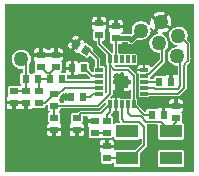
<source format=gbr>
G04 EAGLE Gerber RS-274X export*
G75*
%MOMM*%
%FSLAX34Y34*%
%LPD*%
%INTop Copper*%
%IPPOS*%
%AMOC8*
5,1,8,0,0,1.08239X$1,22.5*%
G01*
%ADD10R,0.600000X0.700000*%
%ADD11R,0.700000X0.600000*%
%ADD12R,1.000000X1.000000*%
%ADD13R,0.300000X0.650000*%
%ADD14R,0.650000X0.300000*%
%ADD15R,1.900000X1.100000*%
%ADD16C,1.270000*%
%ADD17C,0.152400*%
%ADD18C,0.660400*%
%ADD19C,0.756400*%
%ADD20C,0.381000*%

G36*
X163598Y3814D02*
X163598Y3814D01*
X163617Y3812D01*
X163719Y3834D01*
X163821Y3850D01*
X163838Y3860D01*
X163858Y3864D01*
X163947Y3917D01*
X164038Y3966D01*
X164052Y3980D01*
X164069Y3990D01*
X164136Y4069D01*
X164208Y4144D01*
X164216Y4162D01*
X164229Y4177D01*
X164268Y4273D01*
X164311Y4367D01*
X164313Y4387D01*
X164321Y4405D01*
X164339Y4572D01*
X164339Y145188D01*
X164336Y145208D01*
X164338Y145227D01*
X164316Y145329D01*
X164300Y145431D01*
X164290Y145448D01*
X164286Y145468D01*
X164233Y145557D01*
X164184Y145648D01*
X164170Y145662D01*
X164160Y145679D01*
X164081Y145746D01*
X164006Y145818D01*
X163988Y145826D01*
X163973Y145839D01*
X163877Y145878D01*
X163783Y145921D01*
X163763Y145923D01*
X163745Y145931D01*
X163578Y145949D01*
X4572Y145949D01*
X4552Y145946D01*
X4533Y145948D01*
X4431Y145926D01*
X4329Y145910D01*
X4312Y145900D01*
X4292Y145896D01*
X4203Y145843D01*
X4112Y145794D01*
X4098Y145780D01*
X4081Y145770D01*
X4014Y145691D01*
X3942Y145616D01*
X3934Y145598D01*
X3921Y145583D01*
X3882Y145487D01*
X3839Y145393D01*
X3837Y145373D01*
X3829Y145355D01*
X3811Y145188D01*
X3811Y4572D01*
X3814Y4552D01*
X3812Y4533D01*
X3834Y4431D01*
X3850Y4329D01*
X3860Y4312D01*
X3864Y4292D01*
X3917Y4203D01*
X3966Y4112D01*
X3980Y4098D01*
X3990Y4081D01*
X4069Y4014D01*
X4144Y3942D01*
X4162Y3934D01*
X4177Y3921D01*
X4273Y3882D01*
X4367Y3839D01*
X4387Y3837D01*
X4405Y3829D01*
X4572Y3811D01*
X163578Y3811D01*
X163598Y3814D01*
G37*
%LPC*%
G36*
X97098Y8145D02*
X97098Y8145D01*
X96205Y9038D01*
X96205Y10861D01*
X96194Y10932D01*
X96192Y11004D01*
X96174Y11053D01*
X96166Y11104D01*
X96132Y11167D01*
X96107Y11235D01*
X96075Y11275D01*
X96050Y11321D01*
X95998Y11371D01*
X95954Y11427D01*
X95910Y11455D01*
X95872Y11491D01*
X95807Y11521D01*
X95747Y11560D01*
X95696Y11572D01*
X95649Y11594D01*
X95578Y11602D01*
X95508Y11620D01*
X95456Y11616D01*
X95405Y11621D01*
X95334Y11606D01*
X95263Y11601D01*
X95215Y11580D01*
X95164Y11569D01*
X95103Y11532D01*
X95037Y11504D01*
X94981Y11459D01*
X94953Y11443D01*
X94938Y11425D01*
X94906Y11399D01*
X94302Y10795D01*
X86038Y10795D01*
X85145Y11688D01*
X85145Y18952D01*
X85277Y19084D01*
X85346Y19179D01*
X85417Y19276D01*
X85419Y19280D01*
X85421Y19283D01*
X85456Y19397D01*
X85492Y19510D01*
X85492Y19515D01*
X85493Y19518D01*
X85490Y19637D01*
X85488Y19756D01*
X85487Y19760D01*
X85487Y19764D01*
X85446Y19875D01*
X85407Y19988D01*
X85404Y19991D01*
X85403Y19995D01*
X85328Y20088D01*
X85255Y20182D01*
X85251Y20185D01*
X85249Y20187D01*
X85237Y20195D01*
X85120Y20281D01*
X85110Y20287D01*
X84637Y20760D01*
X84302Y21339D01*
X84129Y21986D01*
X84129Y23821D01*
X89432Y23821D01*
X89451Y23824D01*
X89471Y23822D01*
X89573Y23844D01*
X89675Y23860D01*
X89692Y23870D01*
X89712Y23874D01*
X89801Y23927D01*
X89892Y23976D01*
X89906Y23990D01*
X89923Y24000D01*
X89990Y24079D01*
X90061Y24154D01*
X90070Y24172D01*
X90083Y24187D01*
X90121Y24283D01*
X90165Y24377D01*
X90167Y24397D01*
X90174Y24415D01*
X90187Y24339D01*
X90196Y24322D01*
X90200Y24302D01*
X90253Y24213D01*
X90302Y24122D01*
X90316Y24108D01*
X90326Y24091D01*
X90405Y24024D01*
X90480Y23952D01*
X90498Y23944D01*
X90513Y23931D01*
X90610Y23892D01*
X90703Y23849D01*
X90723Y23847D01*
X90741Y23839D01*
X90908Y23821D01*
X96211Y23821D01*
X96211Y22956D01*
X96214Y22936D01*
X96212Y22917D01*
X96234Y22815D01*
X96250Y22713D01*
X96260Y22696D01*
X96264Y22676D01*
X96317Y22587D01*
X96366Y22496D01*
X96380Y22482D01*
X96390Y22465D01*
X96469Y22398D01*
X96544Y22326D01*
X96562Y22318D01*
X96577Y22305D01*
X96673Y22266D01*
X96767Y22223D01*
X96787Y22221D01*
X96805Y22213D01*
X96972Y22195D01*
X113895Y22195D01*
X113986Y22209D01*
X114076Y22217D01*
X114106Y22229D01*
X114138Y22234D01*
X114219Y22277D01*
X114303Y22313D01*
X114335Y22339D01*
X114356Y22350D01*
X114378Y22373D01*
X114434Y22418D01*
X119410Y27394D01*
X119463Y27468D01*
X119523Y27538D01*
X119535Y27568D01*
X119554Y27594D01*
X119581Y27681D01*
X119615Y27766D01*
X119619Y27807D01*
X119626Y27829D01*
X119625Y27861D01*
X119633Y27933D01*
X119633Y31579D01*
X119622Y31650D01*
X119620Y31722D01*
X119602Y31771D01*
X119594Y31822D01*
X119560Y31885D01*
X119535Y31953D01*
X119503Y31993D01*
X119478Y32039D01*
X119426Y32089D01*
X119382Y32145D01*
X119338Y32173D01*
X119300Y32209D01*
X119235Y32239D01*
X119175Y32278D01*
X119124Y32290D01*
X119077Y32312D01*
X119006Y32320D01*
X118936Y32338D01*
X118884Y32334D01*
X118833Y32339D01*
X118762Y32324D01*
X118691Y32319D01*
X118643Y32298D01*
X118592Y32287D01*
X118531Y32250D01*
X118465Y32222D01*
X118409Y32177D01*
X118381Y32161D01*
X118366Y32143D01*
X118334Y32117D01*
X117362Y31145D01*
X97098Y31145D01*
X96205Y32038D01*
X96205Y32451D01*
X96194Y32522D01*
X96192Y32594D01*
X96174Y32643D01*
X96166Y32694D01*
X96132Y32757D01*
X96107Y32825D01*
X96075Y32865D01*
X96050Y32911D01*
X95998Y32961D01*
X95954Y33017D01*
X95910Y33045D01*
X95872Y33081D01*
X95807Y33111D01*
X95747Y33150D01*
X95696Y33162D01*
X95649Y33184D01*
X95578Y33192D01*
X95508Y33210D01*
X95456Y33206D01*
X95405Y33211D01*
X95334Y33196D01*
X95263Y33191D01*
X95215Y33170D01*
X95164Y33159D01*
X95103Y33122D01*
X95037Y33094D01*
X94981Y33049D01*
X94953Y33033D01*
X94938Y33015D01*
X94906Y32989D01*
X94302Y32385D01*
X86038Y32385D01*
X85628Y32795D01*
X85612Y32807D01*
X85600Y32823D01*
X85512Y32879D01*
X85429Y32939D01*
X85410Y32945D01*
X85393Y32956D01*
X85292Y32981D01*
X85193Y33011D01*
X85174Y33011D01*
X85154Y33016D01*
X85051Y33008D01*
X84948Y33005D01*
X84929Y32998D01*
X84909Y32997D01*
X84814Y32956D01*
X84717Y32921D01*
X84701Y32908D01*
X84683Y32900D01*
X84552Y32795D01*
X84142Y32385D01*
X75878Y32385D01*
X74985Y33278D01*
X74985Y40542D01*
X75117Y40674D01*
X75186Y40769D01*
X75257Y40866D01*
X75259Y40870D01*
X75261Y40873D01*
X75296Y40987D01*
X75332Y41100D01*
X75332Y41105D01*
X75333Y41108D01*
X75330Y41227D01*
X75328Y41346D01*
X75327Y41350D01*
X75327Y41354D01*
X75286Y41465D01*
X75247Y41578D01*
X75244Y41581D01*
X75243Y41585D01*
X75168Y41678D01*
X75095Y41772D01*
X75091Y41775D01*
X75089Y41777D01*
X75077Y41785D01*
X74960Y41871D01*
X74950Y41877D01*
X74477Y42350D01*
X74142Y42929D01*
X73969Y43576D01*
X73969Y45411D01*
X79272Y45411D01*
X79291Y45414D01*
X79311Y45412D01*
X79413Y45434D01*
X79515Y45450D01*
X79532Y45460D01*
X79552Y45464D01*
X79641Y45517D01*
X79732Y45566D01*
X79746Y45580D01*
X79763Y45590D01*
X79830Y45669D01*
X79901Y45744D01*
X79910Y45762D01*
X79923Y45777D01*
X79961Y45873D01*
X80005Y45967D01*
X80007Y45987D01*
X80015Y46005D01*
X80033Y46172D01*
X80033Y47648D01*
X80030Y47668D01*
X80032Y47687D01*
X80010Y47789D01*
X79993Y47891D01*
X79984Y47908D01*
X79980Y47928D01*
X79927Y48017D01*
X79878Y48108D01*
X79864Y48122D01*
X79854Y48139D01*
X79775Y48206D01*
X79700Y48278D01*
X79682Y48286D01*
X79667Y48299D01*
X79570Y48338D01*
X79477Y48381D01*
X79457Y48383D01*
X79439Y48391D01*
X79272Y48409D01*
X73969Y48409D01*
X73969Y50292D01*
X73966Y50312D01*
X73968Y50331D01*
X73946Y50433D01*
X73930Y50535D01*
X73920Y50552D01*
X73916Y50572D01*
X73863Y50661D01*
X73814Y50752D01*
X73800Y50766D01*
X73790Y50783D01*
X73711Y50850D01*
X73636Y50922D01*
X73618Y50930D01*
X73603Y50943D01*
X73507Y50982D01*
X73413Y51025D01*
X73393Y51027D01*
X73375Y51035D01*
X73208Y51053D01*
X70556Y51053D01*
X70536Y51050D01*
X70517Y51052D01*
X70415Y51030D01*
X70313Y51014D01*
X70296Y51004D01*
X70276Y51000D01*
X70187Y50947D01*
X70096Y50898D01*
X70082Y50884D01*
X70065Y50874D01*
X69998Y50795D01*
X69926Y50720D01*
X69918Y50702D01*
X69905Y50687D01*
X69866Y50591D01*
X69823Y50497D01*
X69821Y50477D01*
X69813Y50459D01*
X69795Y50292D01*
X69795Y45818D01*
X69663Y45686D01*
X69594Y45591D01*
X69523Y45494D01*
X69521Y45490D01*
X69519Y45487D01*
X69484Y45373D01*
X69448Y45260D01*
X69448Y45255D01*
X69447Y45252D01*
X69450Y45133D01*
X69452Y45014D01*
X69453Y45010D01*
X69453Y45006D01*
X69494Y44895D01*
X69533Y44782D01*
X69536Y44779D01*
X69537Y44775D01*
X69612Y44682D01*
X69685Y44588D01*
X69689Y44585D01*
X69691Y44583D01*
X69703Y44575D01*
X69820Y44489D01*
X69830Y44483D01*
X70303Y44010D01*
X70638Y43431D01*
X70811Y42784D01*
X70811Y40949D01*
X65508Y40949D01*
X65489Y40946D01*
X65469Y40948D01*
X65367Y40926D01*
X65265Y40910D01*
X65248Y40900D01*
X65228Y40896D01*
X65139Y40843D01*
X65048Y40794D01*
X65034Y40780D01*
X65017Y40770D01*
X64950Y40691D01*
X64879Y40616D01*
X64870Y40598D01*
X64857Y40583D01*
X64819Y40487D01*
X64775Y40393D01*
X64773Y40373D01*
X64766Y40355D01*
X64753Y40431D01*
X64744Y40448D01*
X64740Y40468D01*
X64687Y40557D01*
X64638Y40648D01*
X64624Y40662D01*
X64614Y40679D01*
X64535Y40746D01*
X64460Y40818D01*
X64442Y40826D01*
X64427Y40839D01*
X64330Y40878D01*
X64237Y40921D01*
X64217Y40923D01*
X64199Y40931D01*
X64032Y40949D01*
X58729Y40949D01*
X58729Y42784D01*
X58902Y43431D01*
X59237Y44010D01*
X59710Y44483D01*
X59720Y44489D01*
X59811Y44563D01*
X59905Y44638D01*
X59907Y44642D01*
X59910Y44645D01*
X59973Y44744D01*
X60038Y44845D01*
X60039Y44849D01*
X60041Y44853D01*
X60069Y44968D01*
X60098Y45084D01*
X60097Y45088D01*
X60098Y45092D01*
X60088Y45211D01*
X60079Y45329D01*
X60077Y45333D01*
X60077Y45337D01*
X60029Y45445D01*
X59982Y45555D01*
X59979Y45559D01*
X59978Y45562D01*
X59969Y45572D01*
X59877Y45686D01*
X59745Y45818D01*
X59745Y53082D01*
X60638Y53975D01*
X65745Y53975D01*
X65836Y53989D01*
X65926Y53997D01*
X65956Y54009D01*
X65988Y54014D01*
X66069Y54057D01*
X66153Y54093D01*
X66185Y54119D01*
X66206Y54130D01*
X66228Y54153D01*
X66284Y54198D01*
X67713Y55627D01*
X83937Y55627D01*
X84028Y55641D01*
X84118Y55649D01*
X84148Y55661D01*
X84180Y55666D01*
X84261Y55709D01*
X84345Y55745D01*
X84377Y55771D01*
X84398Y55782D01*
X84420Y55805D01*
X84476Y55850D01*
X89622Y60996D01*
X89675Y61070D01*
X89735Y61140D01*
X89747Y61170D01*
X89766Y61196D01*
X89793Y61283D01*
X89827Y61368D01*
X89831Y61409D01*
X89838Y61431D01*
X89837Y61463D01*
X89845Y61535D01*
X89845Y61914D01*
X89834Y61984D01*
X89832Y62056D01*
X89814Y62105D01*
X89806Y62156D01*
X89772Y62220D01*
X89747Y62287D01*
X89715Y62328D01*
X89690Y62374D01*
X89638Y62423D01*
X89594Y62479D01*
X89550Y62507D01*
X89512Y62543D01*
X89447Y62573D01*
X89387Y62612D01*
X89336Y62625D01*
X89289Y62647D01*
X89218Y62655D01*
X89148Y62672D01*
X89096Y62668D01*
X89045Y62674D01*
X88974Y62659D01*
X88903Y62653D01*
X88855Y62633D01*
X88804Y62622D01*
X88743Y62585D01*
X88677Y62557D01*
X88621Y62512D01*
X88593Y62495D01*
X88578Y62478D01*
X88546Y62452D01*
X83577Y57483D01*
X51506Y57483D01*
X51486Y57480D01*
X51467Y57482D01*
X51365Y57460D01*
X51263Y57444D01*
X51246Y57434D01*
X51226Y57430D01*
X51137Y57377D01*
X51046Y57328D01*
X51032Y57314D01*
X51015Y57304D01*
X50948Y57225D01*
X50876Y57150D01*
X50868Y57132D01*
X50855Y57117D01*
X50816Y57021D01*
X50773Y56927D01*
X50771Y56907D01*
X50763Y56889D01*
X50745Y56722D01*
X50745Y56138D01*
X49755Y55148D01*
X49743Y55132D01*
X49727Y55120D01*
X49671Y55032D01*
X49611Y54949D01*
X49605Y54930D01*
X49594Y54913D01*
X49569Y54812D01*
X49539Y54713D01*
X49539Y54694D01*
X49534Y54674D01*
X49542Y54571D01*
X49545Y54468D01*
X49552Y54449D01*
X49553Y54429D01*
X49594Y54334D01*
X49629Y54237D01*
X49642Y54221D01*
X49650Y54203D01*
X49755Y54072D01*
X50745Y53082D01*
X50745Y45818D01*
X50613Y45686D01*
X50544Y45591D01*
X50473Y45494D01*
X50471Y45490D01*
X50469Y45487D01*
X50434Y45373D01*
X50398Y45260D01*
X50398Y45255D01*
X50397Y45252D01*
X50400Y45133D01*
X50402Y45014D01*
X50403Y45010D01*
X50403Y45006D01*
X50444Y44895D01*
X50483Y44782D01*
X50486Y44779D01*
X50487Y44775D01*
X50562Y44682D01*
X50635Y44588D01*
X50639Y44585D01*
X50641Y44583D01*
X50653Y44575D01*
X50770Y44489D01*
X50780Y44483D01*
X51253Y44010D01*
X51588Y43431D01*
X51761Y42784D01*
X51761Y40949D01*
X46458Y40949D01*
X46439Y40946D01*
X46419Y40948D01*
X46317Y40926D01*
X46215Y40910D01*
X46198Y40900D01*
X46178Y40896D01*
X46089Y40843D01*
X45998Y40794D01*
X45984Y40780D01*
X45967Y40770D01*
X45900Y40691D01*
X45829Y40616D01*
X45820Y40598D01*
X45807Y40583D01*
X45769Y40487D01*
X45725Y40393D01*
X45723Y40373D01*
X45716Y40355D01*
X45703Y40431D01*
X45694Y40448D01*
X45690Y40468D01*
X45637Y40557D01*
X45588Y40648D01*
X45574Y40662D01*
X45564Y40679D01*
X45485Y40746D01*
X45410Y40818D01*
X45392Y40826D01*
X45377Y40839D01*
X45280Y40878D01*
X45187Y40921D01*
X45167Y40923D01*
X45149Y40931D01*
X44982Y40949D01*
X39679Y40949D01*
X39679Y42784D01*
X39852Y43431D01*
X40187Y44010D01*
X40660Y44483D01*
X40670Y44489D01*
X40761Y44563D01*
X40855Y44638D01*
X40857Y44642D01*
X40860Y44645D01*
X40923Y44744D01*
X40988Y44845D01*
X40989Y44849D01*
X40991Y44853D01*
X41019Y44968D01*
X41048Y45084D01*
X41047Y45088D01*
X41048Y45092D01*
X41038Y45211D01*
X41029Y45329D01*
X41027Y45333D01*
X41027Y45337D01*
X40979Y45445D01*
X40932Y45555D01*
X40929Y45559D01*
X40928Y45562D01*
X40919Y45572D01*
X40827Y45686D01*
X40695Y45818D01*
X40695Y53082D01*
X41685Y54072D01*
X41697Y54088D01*
X41713Y54100D01*
X41769Y54188D01*
X41829Y54271D01*
X41835Y54290D01*
X41846Y54307D01*
X41871Y54408D01*
X41901Y54507D01*
X41901Y54526D01*
X41906Y54546D01*
X41898Y54649D01*
X41895Y54752D01*
X41888Y54771D01*
X41887Y54791D01*
X41846Y54886D01*
X41811Y54983D01*
X41798Y54999D01*
X41790Y55017D01*
X41685Y55148D01*
X40695Y56138D01*
X40695Y59674D01*
X40684Y59744D01*
X40682Y59816D01*
X40664Y59865D01*
X40656Y59916D01*
X40622Y59980D01*
X40597Y60047D01*
X40565Y60088D01*
X40540Y60134D01*
X40489Y60183D01*
X40444Y60239D01*
X40400Y60267D01*
X40362Y60303D01*
X40297Y60333D01*
X40237Y60372D01*
X40186Y60385D01*
X40139Y60407D01*
X40068Y60415D01*
X39998Y60432D01*
X39946Y60428D01*
X39895Y60434D01*
X39824Y60419D01*
X39753Y60413D01*
X39705Y60393D01*
X39654Y60382D01*
X39593Y60345D01*
X39527Y60317D01*
X39471Y60272D01*
X39443Y60255D01*
X39428Y60238D01*
X39396Y60212D01*
X39207Y60023D01*
X38806Y60023D01*
X38786Y60020D01*
X38767Y60022D01*
X38665Y60000D01*
X38563Y59984D01*
X38546Y59974D01*
X38526Y59970D01*
X38437Y59917D01*
X38346Y59868D01*
X38332Y59854D01*
X38315Y59844D01*
X38248Y59765D01*
X38176Y59690D01*
X38168Y59672D01*
X38155Y59657D01*
X38116Y59561D01*
X38073Y59467D01*
X38071Y59447D01*
X38063Y59429D01*
X38045Y59262D01*
X38045Y58678D01*
X37152Y57785D01*
X28888Y57785D01*
X28484Y58190D01*
X28388Y58259D01*
X28291Y58330D01*
X28287Y58331D01*
X28284Y58334D01*
X28172Y58368D01*
X28057Y58405D01*
X28053Y58405D01*
X28049Y58406D01*
X27930Y58403D01*
X27811Y58401D01*
X27807Y58400D01*
X27803Y58400D01*
X27691Y58359D01*
X27579Y58319D01*
X27576Y58317D01*
X27572Y58315D01*
X27478Y58240D01*
X27385Y58167D01*
X27383Y58163D01*
X27380Y58161D01*
X27372Y58150D01*
X27286Y58032D01*
X27123Y57750D01*
X26650Y57277D01*
X26071Y56942D01*
X25424Y56769D01*
X23089Y56769D01*
X23089Y61572D01*
X23086Y61591D01*
X23088Y61611D01*
X23066Y61713D01*
X23050Y61815D01*
X23040Y61832D01*
X23036Y61852D01*
X22983Y61941D01*
X22934Y62032D01*
X22920Y62046D01*
X22910Y62063D01*
X22831Y62130D01*
X22756Y62201D01*
X22738Y62210D01*
X22723Y62223D01*
X22627Y62261D01*
X22533Y62305D01*
X22513Y62307D01*
X22495Y62315D01*
X22328Y62333D01*
X21613Y62333D01*
X21613Y63048D01*
X21610Y63068D01*
X21612Y63087D01*
X21590Y63189D01*
X21573Y63291D01*
X21564Y63308D01*
X21560Y63328D01*
X21507Y63417D01*
X21458Y63508D01*
X21444Y63522D01*
X21434Y63539D01*
X21355Y63606D01*
X21280Y63678D01*
X21262Y63686D01*
X21247Y63699D01*
X21150Y63738D01*
X21057Y63781D01*
X21037Y63783D01*
X21019Y63791D01*
X20852Y63809D01*
X12168Y63809D01*
X12149Y63806D01*
X12129Y63808D01*
X12027Y63786D01*
X11925Y63770D01*
X11908Y63760D01*
X11888Y63756D01*
X11799Y63703D01*
X11708Y63654D01*
X11694Y63640D01*
X11677Y63630D01*
X11610Y63551D01*
X11539Y63476D01*
X11530Y63458D01*
X11517Y63443D01*
X11479Y63347D01*
X11435Y63253D01*
X11433Y63233D01*
X11426Y63215D01*
X11413Y63291D01*
X11404Y63308D01*
X11400Y63328D01*
X11347Y63417D01*
X11298Y63508D01*
X11284Y63522D01*
X11274Y63539D01*
X11195Y63606D01*
X11120Y63678D01*
X11102Y63686D01*
X11087Y63699D01*
X10990Y63738D01*
X10897Y63781D01*
X10877Y63783D01*
X10859Y63791D01*
X10692Y63809D01*
X5389Y63809D01*
X5389Y65644D01*
X5562Y66291D01*
X5897Y66870D01*
X6370Y67343D01*
X6380Y67349D01*
X6471Y67424D01*
X6565Y67498D01*
X6567Y67502D01*
X6570Y67505D01*
X6633Y67604D01*
X6698Y67705D01*
X6699Y67709D01*
X6701Y67713D01*
X6729Y67828D01*
X6758Y67944D01*
X6757Y67948D01*
X6758Y67952D01*
X6748Y68071D01*
X6739Y68189D01*
X6737Y68193D01*
X6737Y68197D01*
X6689Y68305D01*
X6642Y68415D01*
X6639Y68419D01*
X6638Y68422D01*
X6629Y68432D01*
X6537Y68546D01*
X6405Y68678D01*
X6405Y75942D01*
X7298Y76835D01*
X15562Y76835D01*
X15972Y76425D01*
X15988Y76413D01*
X16000Y76397D01*
X16087Y76342D01*
X16171Y76281D01*
X16191Y76275D01*
X16207Y76264D01*
X16307Y76239D01*
X16407Y76209D01*
X16426Y76209D01*
X16446Y76204D01*
X16549Y76212D01*
X16652Y76215D01*
X16671Y76222D01*
X16691Y76223D01*
X16786Y76264D01*
X16883Y76299D01*
X16899Y76312D01*
X16917Y76320D01*
X17048Y76425D01*
X17555Y76932D01*
X17567Y76948D01*
X17583Y76960D01*
X17639Y77047D01*
X17699Y77131D01*
X17705Y77150D01*
X17716Y77167D01*
X17741Y77268D01*
X17771Y77366D01*
X17771Y77386D01*
X17776Y77406D01*
X17768Y77509D01*
X17765Y77612D01*
X17758Y77631D01*
X17757Y77651D01*
X17716Y77746D01*
X17681Y77843D01*
X17668Y77859D01*
X17660Y77877D01*
X17555Y78008D01*
X17145Y78418D01*
X17145Y86682D01*
X18038Y87575D01*
X18622Y87575D01*
X18642Y87578D01*
X18661Y87576D01*
X18763Y87598D01*
X18865Y87614D01*
X18882Y87624D01*
X18902Y87628D01*
X18991Y87681D01*
X19082Y87730D01*
X19096Y87744D01*
X19113Y87754D01*
X19180Y87833D01*
X19252Y87908D01*
X19260Y87926D01*
X19273Y87941D01*
X19312Y88037D01*
X19355Y88131D01*
X19357Y88151D01*
X19365Y88169D01*
X19383Y88336D01*
X19383Y90424D01*
X19380Y90444D01*
X19382Y90463D01*
X19360Y90565D01*
X19344Y90667D01*
X19334Y90684D01*
X19330Y90704D01*
X19277Y90793D01*
X19228Y90884D01*
X19214Y90898D01*
X19204Y90915D01*
X19125Y90982D01*
X19050Y91054D01*
X19032Y91062D01*
X19017Y91075D01*
X18921Y91114D01*
X18827Y91157D01*
X18807Y91159D01*
X18789Y91167D01*
X18622Y91185D01*
X16214Y91185D01*
X13319Y92384D01*
X11104Y94599D01*
X9905Y97494D01*
X9905Y100626D01*
X11104Y103521D01*
X13319Y105736D01*
X16214Y106935D01*
X19346Y106935D01*
X22241Y105736D01*
X24456Y103521D01*
X25655Y100626D01*
X25655Y97494D01*
X24456Y94599D01*
X24180Y94323D01*
X24127Y94249D01*
X24067Y94180D01*
X24055Y94150D01*
X24036Y94123D01*
X24009Y94036D01*
X23975Y93952D01*
X23971Y93911D01*
X23964Y93888D01*
X23965Y93856D01*
X23957Y93785D01*
X23957Y88336D01*
X23960Y88316D01*
X23958Y88297D01*
X23980Y88195D01*
X23996Y88093D01*
X24006Y88076D01*
X24010Y88056D01*
X24063Y87967D01*
X24112Y87876D01*
X24126Y87862D01*
X24136Y87845D01*
X24215Y87778D01*
X24290Y87706D01*
X24308Y87698D01*
X24323Y87685D01*
X24419Y87646D01*
X24513Y87603D01*
X24533Y87601D01*
X24551Y87593D01*
X24718Y87575D01*
X25302Y87575D01*
X26132Y86745D01*
X26148Y86733D01*
X26160Y86717D01*
X26248Y86661D01*
X26331Y86601D01*
X26350Y86595D01*
X26367Y86584D01*
X26468Y86559D01*
X26567Y86529D01*
X26586Y86529D01*
X26606Y86524D01*
X26709Y86532D01*
X26812Y86535D01*
X26831Y86542D01*
X26851Y86543D01*
X26946Y86584D01*
X27043Y86619D01*
X27059Y86632D01*
X27077Y86640D01*
X27208Y86745D01*
X28038Y87575D01*
X29011Y87575D01*
X29082Y87586D01*
X29154Y87588D01*
X29203Y87606D01*
X29254Y87614D01*
X29317Y87648D01*
X29385Y87673D01*
X29425Y87705D01*
X29471Y87730D01*
X29521Y87782D01*
X29577Y87826D01*
X29605Y87870D01*
X29641Y87908D01*
X29671Y87973D01*
X29710Y88033D01*
X29722Y88084D01*
X29744Y88131D01*
X29752Y88202D01*
X29770Y88272D01*
X29766Y88324D01*
X29771Y88375D01*
X29756Y88446D01*
X29751Y88517D01*
X29730Y88565D01*
X29719Y88616D01*
X29682Y88677D01*
X29654Y88743D01*
X29609Y88799D01*
X29593Y88827D01*
X29575Y88842D01*
X29549Y88874D01*
X29265Y89158D01*
X29265Y96422D01*
X29397Y96554D01*
X29466Y96649D01*
X29537Y96746D01*
X29539Y96750D01*
X29541Y96753D01*
X29576Y96866D01*
X29612Y96980D01*
X29612Y96985D01*
X29613Y96988D01*
X29610Y97107D01*
X29608Y97226D01*
X29607Y97230D01*
X29607Y97234D01*
X29566Y97345D01*
X29527Y97458D01*
X29524Y97461D01*
X29523Y97465D01*
X29448Y97558D01*
X29375Y97652D01*
X29371Y97655D01*
X29369Y97657D01*
X29357Y97665D01*
X29240Y97751D01*
X29230Y97757D01*
X28757Y98230D01*
X28422Y98809D01*
X28249Y99456D01*
X28249Y101291D01*
X33552Y101291D01*
X33571Y101294D01*
X33591Y101292D01*
X33693Y101314D01*
X33795Y101330D01*
X33812Y101340D01*
X33832Y101344D01*
X33921Y101397D01*
X34012Y101446D01*
X34026Y101460D01*
X34043Y101470D01*
X34110Y101549D01*
X34181Y101624D01*
X34190Y101642D01*
X34203Y101657D01*
X34241Y101753D01*
X34285Y101847D01*
X34287Y101867D01*
X34294Y101885D01*
X34307Y101809D01*
X34316Y101792D01*
X34320Y101772D01*
X34373Y101683D01*
X34422Y101592D01*
X34436Y101578D01*
X34446Y101561D01*
X34525Y101494D01*
X34600Y101422D01*
X34618Y101414D01*
X34633Y101401D01*
X34730Y101362D01*
X34823Y101319D01*
X34843Y101317D01*
X34861Y101309D01*
X35028Y101291D01*
X46252Y101291D01*
X46271Y101294D01*
X46291Y101292D01*
X46393Y101314D01*
X46495Y101330D01*
X46512Y101340D01*
X46532Y101344D01*
X46621Y101397D01*
X46712Y101446D01*
X46726Y101460D01*
X46743Y101470D01*
X46810Y101549D01*
X46881Y101624D01*
X46890Y101642D01*
X46903Y101657D01*
X46941Y101753D01*
X46985Y101847D01*
X46987Y101867D01*
X46994Y101885D01*
X47007Y101809D01*
X47016Y101792D01*
X47020Y101772D01*
X47073Y101683D01*
X47122Y101592D01*
X47136Y101578D01*
X47146Y101561D01*
X47225Y101494D01*
X47300Y101422D01*
X47318Y101414D01*
X47333Y101401D01*
X47430Y101362D01*
X47523Y101319D01*
X47543Y101317D01*
X47561Y101309D01*
X47728Y101291D01*
X53031Y101291D01*
X53031Y99456D01*
X52858Y98809D01*
X52523Y98230D01*
X52050Y97757D01*
X52040Y97751D01*
X51949Y97676D01*
X51855Y97602D01*
X51853Y97598D01*
X51850Y97595D01*
X51787Y97496D01*
X51722Y97395D01*
X51721Y97391D01*
X51719Y97387D01*
X51691Y97272D01*
X51662Y97156D01*
X51663Y97152D01*
X51662Y97148D01*
X51672Y97029D01*
X51681Y96911D01*
X51683Y96907D01*
X51683Y96903D01*
X51731Y96795D01*
X51778Y96685D01*
X51781Y96681D01*
X51782Y96678D01*
X51791Y96668D01*
X51883Y96554D01*
X52015Y96422D01*
X52015Y89158D01*
X51731Y88874D01*
X51689Y88816D01*
X51639Y88764D01*
X51617Y88717D01*
X51587Y88675D01*
X51566Y88606D01*
X51536Y88541D01*
X51530Y88489D01*
X51515Y88439D01*
X51517Y88368D01*
X51509Y88297D01*
X51520Y88246D01*
X51521Y88194D01*
X51546Y88126D01*
X51561Y88056D01*
X51588Y88011D01*
X51605Y87963D01*
X51650Y87907D01*
X51687Y87845D01*
X51727Y87811D01*
X51759Y87771D01*
X51819Y87732D01*
X51874Y87685D01*
X51922Y87666D01*
X51966Y87638D01*
X52035Y87620D01*
X52102Y87593D01*
X52173Y87585D01*
X52205Y87577D01*
X52228Y87579D01*
X52269Y87575D01*
X54738Y87575D01*
X54758Y87578D01*
X54777Y87576D01*
X54879Y87598D01*
X54981Y87614D01*
X54998Y87624D01*
X55018Y87628D01*
X55107Y87681D01*
X55198Y87730D01*
X55212Y87744D01*
X55229Y87754D01*
X55296Y87833D01*
X55368Y87908D01*
X55376Y87926D01*
X55389Y87941D01*
X55428Y88037D01*
X55471Y88131D01*
X55473Y88151D01*
X55481Y88169D01*
X55499Y88336D01*
X55499Y89941D01*
X59541Y89941D01*
X59541Y85399D01*
X57706Y85399D01*
X57473Y85462D01*
X57354Y85473D01*
X57237Y85486D01*
X57232Y85486D01*
X57228Y85486D01*
X57112Y85459D01*
X56996Y85434D01*
X56993Y85432D01*
X56989Y85431D01*
X56885Y85368D01*
X56785Y85308D01*
X56782Y85305D01*
X56779Y85303D01*
X56702Y85211D01*
X56625Y85121D01*
X56624Y85117D01*
X56621Y85114D01*
X56577Y85003D01*
X56533Y84893D01*
X56533Y84888D01*
X56531Y84885D01*
X56531Y84871D01*
X56515Y84726D01*
X56515Y83058D01*
X56518Y83038D01*
X56516Y83019D01*
X56538Y82917D01*
X56554Y82815D01*
X56564Y82798D01*
X56568Y82778D01*
X56621Y82689D01*
X56670Y82598D01*
X56684Y82584D01*
X56694Y82567D01*
X56773Y82500D01*
X56848Y82428D01*
X56866Y82420D01*
X56881Y82407D01*
X56977Y82368D01*
X57071Y82325D01*
X57091Y82323D01*
X57109Y82315D01*
X57276Y82297D01*
X75192Y82297D01*
X75262Y82308D01*
X75334Y82310D01*
X75383Y82328D01*
X75434Y82336D01*
X75498Y82370D01*
X75565Y82395D01*
X75606Y82427D01*
X75652Y82452D01*
X75701Y82503D01*
X75757Y82548D01*
X75785Y82592D01*
X75821Y82630D01*
X75851Y82695D01*
X75890Y82755D01*
X75903Y82806D01*
X75925Y82853D01*
X75933Y82924D01*
X75950Y82994D01*
X75946Y83046D01*
X75952Y83097D01*
X75937Y83168D01*
X75931Y83239D01*
X75911Y83287D01*
X75900Y83338D01*
X75863Y83399D01*
X75835Y83465D01*
X75790Y83521D01*
X75773Y83549D01*
X75756Y83564D01*
X75730Y83596D01*
X73134Y86192D01*
X73060Y86245D01*
X72990Y86305D01*
X72960Y86317D01*
X72934Y86336D01*
X72847Y86363D01*
X72762Y86397D01*
X72721Y86401D01*
X72699Y86408D01*
X72667Y86407D01*
X72596Y86415D01*
X67408Y86415D01*
X67276Y86547D01*
X67181Y86616D01*
X67084Y86687D01*
X67080Y86689D01*
X67077Y86691D01*
X66963Y86726D01*
X66850Y86762D01*
X66845Y86762D01*
X66842Y86763D01*
X66723Y86760D01*
X66604Y86758D01*
X66600Y86757D01*
X66596Y86757D01*
X66485Y86716D01*
X66372Y86677D01*
X66369Y86674D01*
X66365Y86673D01*
X66272Y86598D01*
X66178Y86525D01*
X66175Y86521D01*
X66173Y86519D01*
X66165Y86507D01*
X66079Y86390D01*
X66073Y86380D01*
X65600Y85907D01*
X65021Y85572D01*
X64374Y85399D01*
X62539Y85399D01*
X62539Y90702D01*
X62536Y90721D01*
X62538Y90741D01*
X62516Y90843D01*
X62500Y90945D01*
X62490Y90962D01*
X62486Y90982D01*
X62433Y91071D01*
X62384Y91162D01*
X62370Y91176D01*
X62360Y91193D01*
X62281Y91260D01*
X62206Y91331D01*
X62188Y91340D01*
X62173Y91353D01*
X62077Y91391D01*
X61983Y91435D01*
X61963Y91437D01*
X61945Y91444D01*
X62021Y91457D01*
X62038Y91466D01*
X62058Y91470D01*
X62147Y91523D01*
X62238Y91572D01*
X62252Y91586D01*
X62269Y91596D01*
X62336Y91675D01*
X62408Y91750D01*
X62416Y91768D01*
X62429Y91783D01*
X62468Y91880D01*
X62511Y91973D01*
X62513Y91993D01*
X62521Y92011D01*
X62539Y92178D01*
X62539Y97481D01*
X64374Y97481D01*
X65021Y97308D01*
X65600Y96973D01*
X66073Y96500D01*
X66079Y96490D01*
X66154Y96399D01*
X66228Y96305D01*
X66232Y96303D01*
X66235Y96300D01*
X66334Y96237D01*
X66435Y96172D01*
X66439Y96171D01*
X66443Y96169D01*
X66558Y96141D01*
X66674Y96112D01*
X66678Y96113D01*
X66682Y96112D01*
X66801Y96122D01*
X66919Y96131D01*
X66923Y96133D01*
X66927Y96133D01*
X67035Y96181D01*
X67145Y96228D01*
X67149Y96231D01*
X67152Y96232D01*
X67162Y96241D01*
X67276Y96333D01*
X67408Y96465D01*
X74672Y96465D01*
X75565Y95572D01*
X75565Y90544D01*
X75579Y90454D01*
X75587Y90363D01*
X75599Y90334D01*
X75604Y90302D01*
X75647Y90221D01*
X75683Y90137D01*
X75709Y90105D01*
X75720Y90084D01*
X75743Y90062D01*
X75788Y90006D01*
X77796Y87998D01*
X77854Y87956D01*
X77906Y87907D01*
X77953Y87885D01*
X77995Y87855D01*
X78064Y87834D01*
X78129Y87803D01*
X78181Y87798D01*
X78231Y87782D01*
X78302Y87784D01*
X78373Y87776D01*
X78424Y87787D01*
X78476Y87789D01*
X78544Y87813D01*
X78614Y87828D01*
X78658Y87855D01*
X78707Y87873D01*
X78763Y87918D01*
X78825Y87955D01*
X78859Y87994D01*
X78899Y88027D01*
X78938Y88087D01*
X78985Y88142D01*
X79004Y88190D01*
X79032Y88234D01*
X79050Y88303D01*
X79077Y88370D01*
X79085Y88441D01*
X79093Y88472D01*
X79091Y88496D01*
X79095Y88536D01*
X79095Y92142D01*
X80040Y93087D01*
X80093Y93161D01*
X80153Y93230D01*
X80165Y93260D01*
X80184Y93286D01*
X80211Y93373D01*
X80232Y93427D01*
X80235Y93433D01*
X80235Y93435D01*
X80245Y93458D01*
X80249Y93499D01*
X80256Y93521D01*
X80255Y93554D01*
X80263Y93625D01*
X80263Y97797D01*
X80249Y97888D01*
X80241Y97978D01*
X80229Y98008D01*
X80224Y98040D01*
X80181Y98121D01*
X80145Y98205D01*
X80119Y98237D01*
X80108Y98258D01*
X80085Y98280D01*
X80040Y98336D01*
X76380Y101996D01*
X76296Y102056D01*
X76215Y102121D01*
X76196Y102128D01*
X76180Y102139D01*
X76081Y102170D01*
X75984Y102206D01*
X75964Y102206D01*
X75945Y102212D01*
X75841Y102209D01*
X75738Y102212D01*
X75719Y102206D01*
X75699Y102205D01*
X75602Y102170D01*
X75503Y102139D01*
X75487Y102128D01*
X75468Y102121D01*
X75387Y102056D01*
X75303Y101995D01*
X75288Y101977D01*
X75276Y101967D01*
X75259Y101940D01*
X75198Y101864D01*
X74423Y100638D01*
X73191Y100360D01*
X67052Y104242D01*
X67011Y104424D01*
X66966Y104534D01*
X66923Y104645D01*
X66920Y104648D01*
X66918Y104652D01*
X66842Y104742D01*
X66765Y104833D01*
X66761Y104836D01*
X66758Y104839D01*
X66657Y104899D01*
X66555Y104962D01*
X66551Y104963D01*
X66547Y104965D01*
X66432Y104990D01*
X66315Y105016D01*
X66311Y105016D01*
X66307Y105017D01*
X66189Y105004D01*
X66070Y104992D01*
X66066Y104990D01*
X66062Y104989D01*
X66050Y104984D01*
X65914Y104930D01*
X65904Y104925D01*
X65251Y104778D01*
X64583Y104805D01*
X63944Y105004D01*
X62393Y105985D01*
X65227Y110467D01*
X65234Y110485D01*
X65247Y110501D01*
X65282Y110598D01*
X65323Y110693D01*
X65324Y110713D01*
X65331Y110732D01*
X65334Y110835D01*
X65342Y110938D01*
X65337Y110958D01*
X65337Y110978D01*
X65307Y111076D01*
X65281Y111177D01*
X65270Y111193D01*
X65265Y111213D01*
X65204Y111297D01*
X65148Y111384D01*
X65133Y111396D01*
X65121Y111412D01*
X65192Y111382D01*
X65211Y111380D01*
X65230Y111373D01*
X65334Y111371D01*
X65437Y111363D01*
X65456Y111368D01*
X65476Y111367D01*
X65575Y111398D01*
X65675Y111423D01*
X65692Y111434D01*
X65711Y111440D01*
X65795Y111500D01*
X65882Y111556D01*
X65895Y111572D01*
X65911Y111584D01*
X66015Y111715D01*
X68849Y116197D01*
X70400Y115216D01*
X70854Y114724D01*
X71165Y114132D01*
X71312Y113479D01*
X71311Y113468D01*
X71326Y113350D01*
X71339Y113232D01*
X71341Y113228D01*
X71341Y113224D01*
X71393Y113115D01*
X71443Y113009D01*
X71446Y113006D01*
X71447Y113002D01*
X71532Y112916D01*
X71612Y112831D01*
X71616Y112829D01*
X71619Y112826D01*
X71726Y112771D01*
X71830Y112716D01*
X71834Y112715D01*
X71838Y112713D01*
X71955Y112695D01*
X72073Y112676D01*
X72078Y112677D01*
X72081Y112676D01*
X72094Y112679D01*
X72239Y112695D01*
X72422Y112736D01*
X78561Y108855D01*
X78839Y107623D01*
X78537Y107146D01*
X78514Y107092D01*
X78482Y107042D01*
X78467Y106980D01*
X78441Y106920D01*
X78437Y106861D01*
X78422Y106804D01*
X78427Y106739D01*
X78422Y106675D01*
X78437Y106617D01*
X78441Y106559D01*
X78467Y106499D01*
X78483Y106436D01*
X78515Y106387D01*
X78538Y106332D01*
X78598Y106257D01*
X78616Y106229D01*
X78628Y106220D01*
X78643Y106201D01*
X84837Y100007D01*
X84837Y93796D01*
X84840Y93776D01*
X84838Y93757D01*
X84860Y93655D01*
X84876Y93553D01*
X84886Y93536D01*
X84890Y93516D01*
X84943Y93427D01*
X84992Y93336D01*
X85006Y93322D01*
X85016Y93305D01*
X85095Y93238D01*
X85170Y93166D01*
X85188Y93158D01*
X85203Y93145D01*
X85299Y93106D01*
X85393Y93063D01*
X85413Y93061D01*
X85431Y93053D01*
X85598Y93035D01*
X87752Y93035D01*
X88645Y92142D01*
X88645Y87774D01*
X88629Y87712D01*
X88599Y87613D01*
X88599Y87593D01*
X88594Y87574D01*
X88602Y87471D01*
X88605Y87368D01*
X88612Y87349D01*
X88613Y87329D01*
X88645Y87255D01*
X88645Y82774D01*
X88629Y82712D01*
X88599Y82613D01*
X88599Y82593D01*
X88594Y82574D01*
X88602Y82471D01*
X88605Y82368D01*
X88612Y82349D01*
X88613Y82329D01*
X88645Y82255D01*
X88645Y77774D01*
X88629Y77712D01*
X88599Y77613D01*
X88599Y77593D01*
X88594Y77574D01*
X88602Y77471D01*
X88605Y77368D01*
X88612Y77349D01*
X88613Y77329D01*
X88645Y77255D01*
X88645Y72774D01*
X88629Y72712D01*
X88599Y72613D01*
X88599Y72593D01*
X88594Y72574D01*
X88602Y72471D01*
X88605Y72368D01*
X88612Y72349D01*
X88613Y72329D01*
X88645Y72255D01*
X88645Y70856D01*
X88656Y70786D01*
X88658Y70714D01*
X88676Y70665D01*
X88684Y70614D01*
X88718Y70550D01*
X88743Y70483D01*
X88775Y70442D01*
X88800Y70396D01*
X88851Y70347D01*
X88896Y70291D01*
X88940Y70263D01*
X88978Y70227D01*
X89043Y70197D01*
X89103Y70158D01*
X89154Y70145D01*
X89201Y70123D01*
X89272Y70115D01*
X89342Y70098D01*
X89394Y70102D01*
X89445Y70096D01*
X89516Y70111D01*
X89587Y70117D01*
X89635Y70137D01*
X89686Y70148D01*
X89747Y70185D01*
X89813Y70213D01*
X89869Y70258D01*
X89897Y70275D01*
X89912Y70292D01*
X89944Y70318D01*
X90360Y70734D01*
X90414Y70808D01*
X90473Y70878D01*
X90485Y70908D01*
X90504Y70934D01*
X90531Y71021D01*
X90565Y71106D01*
X90569Y71147D01*
X90576Y71169D01*
X90575Y71201D01*
X90583Y71273D01*
X90583Y94075D01*
X90569Y94165D01*
X90561Y94256D01*
X90549Y94286D01*
X90544Y94318D01*
X90501Y94399D01*
X90465Y94482D01*
X90439Y94515D01*
X90428Y94535D01*
X90405Y94557D01*
X90360Y94613D01*
X89845Y95128D01*
X89845Y102186D01*
X89831Y102276D01*
X89823Y102367D01*
X89811Y102396D01*
X89806Y102428D01*
X89763Y102509D01*
X89727Y102593D01*
X89701Y102625D01*
X89690Y102646D01*
X89667Y102668D01*
X89622Y102724D01*
X81533Y110813D01*
X81533Y114174D01*
X81530Y114194D01*
X81532Y114213D01*
X81510Y114315D01*
X81494Y114417D01*
X81484Y114434D01*
X81480Y114454D01*
X81427Y114543D01*
X81378Y114634D01*
X81364Y114648D01*
X81354Y114665D01*
X81275Y114732D01*
X81200Y114804D01*
X81182Y114812D01*
X81167Y114825D01*
X81071Y114864D01*
X80977Y114907D01*
X80957Y114909D01*
X80939Y114917D01*
X80772Y114935D01*
X79688Y114935D01*
X78795Y115828D01*
X78795Y123092D01*
X78927Y123224D01*
X78996Y123319D01*
X79067Y123416D01*
X79069Y123420D01*
X79071Y123423D01*
X79106Y123537D01*
X79142Y123650D01*
X79142Y123655D01*
X79143Y123658D01*
X79140Y123777D01*
X79138Y123896D01*
X79137Y123900D01*
X79137Y123904D01*
X79096Y124015D01*
X79057Y124128D01*
X79054Y124131D01*
X79053Y124135D01*
X78978Y124228D01*
X78905Y124322D01*
X78901Y124325D01*
X78899Y124327D01*
X78887Y124335D01*
X78770Y124421D01*
X78760Y124427D01*
X78287Y124900D01*
X77952Y125479D01*
X77779Y126126D01*
X77779Y127961D01*
X83082Y127961D01*
X83101Y127964D01*
X83121Y127962D01*
X83223Y127984D01*
X83325Y128000D01*
X83342Y128010D01*
X83362Y128014D01*
X83451Y128067D01*
X83542Y128116D01*
X83556Y128130D01*
X83573Y128140D01*
X83640Y128219D01*
X83711Y128294D01*
X83720Y128312D01*
X83733Y128327D01*
X83771Y128423D01*
X83815Y128517D01*
X83817Y128537D01*
X83824Y128555D01*
X83837Y128479D01*
X83846Y128462D01*
X83850Y128442D01*
X83903Y128353D01*
X83952Y128262D01*
X83966Y128248D01*
X83976Y128231D01*
X84055Y128164D01*
X84130Y128092D01*
X84148Y128084D01*
X84163Y128071D01*
X84260Y128032D01*
X84353Y127989D01*
X84373Y127987D01*
X84391Y127979D01*
X84558Y127961D01*
X89861Y127961D01*
X89861Y126126D01*
X89688Y125479D01*
X89353Y124900D01*
X88880Y124427D01*
X88870Y124421D01*
X88779Y124346D01*
X88685Y124272D01*
X88683Y124268D01*
X88680Y124265D01*
X88617Y124166D01*
X88552Y124065D01*
X88551Y124061D01*
X88549Y124057D01*
X88521Y123942D01*
X88492Y123826D01*
X88493Y123822D01*
X88492Y123818D01*
X88502Y123699D01*
X88511Y123581D01*
X88513Y123577D01*
X88513Y123573D01*
X88561Y123465D01*
X88608Y123355D01*
X88611Y123351D01*
X88612Y123348D01*
X88621Y123338D01*
X88713Y123224D01*
X88845Y123092D01*
X88845Y115828D01*
X87952Y114935D01*
X86868Y114935D01*
X86848Y114932D01*
X86829Y114934D01*
X86727Y114912D01*
X86625Y114896D01*
X86608Y114886D01*
X86588Y114882D01*
X86499Y114829D01*
X86408Y114780D01*
X86394Y114766D01*
X86377Y114756D01*
X86310Y114677D01*
X86238Y114602D01*
X86230Y114584D01*
X86217Y114569D01*
X86178Y114473D01*
X86135Y114379D01*
X86133Y114359D01*
X86125Y114341D01*
X86107Y114174D01*
X86107Y113023D01*
X86121Y112932D01*
X86129Y112842D01*
X86141Y112812D01*
X86146Y112780D01*
X86189Y112699D01*
X86225Y112615D01*
X86251Y112583D01*
X86262Y112562D01*
X86285Y112540D01*
X86330Y112484D01*
X94204Y104610D01*
X94262Y104568D01*
X94314Y104519D01*
X94361Y104497D01*
X94403Y104467D01*
X94472Y104446D01*
X94537Y104415D01*
X94589Y104410D01*
X94639Y104394D01*
X94710Y104396D01*
X94781Y104388D01*
X94832Y104399D01*
X94884Y104401D01*
X94952Y104425D01*
X95022Y104440D01*
X95067Y104467D01*
X95115Y104485D01*
X95171Y104530D01*
X95233Y104567D01*
X95267Y104606D01*
X95307Y104639D01*
X95346Y104699D01*
X95393Y104754D01*
X95412Y104802D01*
X95440Y104846D01*
X95458Y104915D01*
X95485Y104982D01*
X95493Y105053D01*
X95501Y105084D01*
X95499Y105108D01*
X95503Y105148D01*
X95503Y111634D01*
X95500Y111654D01*
X95502Y111673D01*
X95480Y111775D01*
X95464Y111877D01*
X95454Y111894D01*
X95450Y111914D01*
X95397Y112003D01*
X95348Y112094D01*
X95334Y112108D01*
X95324Y112125D01*
X95245Y112192D01*
X95170Y112264D01*
X95152Y112272D01*
X95137Y112285D01*
X95041Y112324D01*
X94947Y112367D01*
X94927Y112369D01*
X94909Y112377D01*
X94742Y112395D01*
X93658Y112395D01*
X92765Y113288D01*
X92765Y120552D01*
X92897Y120684D01*
X92966Y120779D01*
X93037Y120876D01*
X93039Y120880D01*
X93041Y120883D01*
X93076Y120997D01*
X93112Y121110D01*
X93112Y121115D01*
X93113Y121118D01*
X93110Y121237D01*
X93108Y121356D01*
X93107Y121360D01*
X93107Y121364D01*
X93066Y121475D01*
X93027Y121588D01*
X93024Y121591D01*
X93023Y121595D01*
X92948Y121688D01*
X92875Y121782D01*
X92871Y121785D01*
X92869Y121787D01*
X92857Y121795D01*
X92740Y121881D01*
X92730Y121887D01*
X92257Y122360D01*
X91922Y122939D01*
X91749Y123586D01*
X91749Y125421D01*
X97052Y125421D01*
X97071Y125424D01*
X97091Y125422D01*
X97193Y125444D01*
X97295Y125460D01*
X97312Y125470D01*
X97332Y125474D01*
X97421Y125527D01*
X97512Y125576D01*
X97526Y125590D01*
X97543Y125600D01*
X97610Y125679D01*
X97681Y125754D01*
X97690Y125772D01*
X97703Y125787D01*
X97741Y125883D01*
X97785Y125977D01*
X97787Y125997D01*
X97794Y126015D01*
X97807Y125939D01*
X97816Y125922D01*
X97820Y125902D01*
X97873Y125813D01*
X97922Y125722D01*
X97936Y125708D01*
X97946Y125691D01*
X98025Y125624D01*
X98100Y125552D01*
X98118Y125544D01*
X98133Y125531D01*
X98230Y125492D01*
X98323Y125449D01*
X98343Y125447D01*
X98361Y125439D01*
X98528Y125421D01*
X103831Y125421D01*
X103831Y123586D01*
X103658Y122939D01*
X103323Y122360D01*
X102850Y121887D01*
X102840Y121881D01*
X102748Y121806D01*
X102655Y121732D01*
X102653Y121728D01*
X102650Y121725D01*
X102586Y121624D01*
X102522Y121525D01*
X102521Y121521D01*
X102519Y121517D01*
X102491Y121402D01*
X102462Y121286D01*
X102463Y121282D01*
X102462Y121278D01*
X102472Y121160D01*
X102481Y121041D01*
X102483Y121037D01*
X102483Y121033D01*
X102531Y120925D01*
X102578Y120815D01*
X102581Y120811D01*
X102582Y120808D01*
X102591Y120798D01*
X102683Y120684D01*
X102794Y120573D01*
X102868Y120519D01*
X102937Y120460D01*
X102967Y120448D01*
X102993Y120429D01*
X103080Y120402D01*
X103165Y120368D01*
X103206Y120364D01*
X103229Y120357D01*
X103261Y120358D01*
X103332Y120350D01*
X110104Y120350D01*
X110194Y120364D01*
X110285Y120372D01*
X110315Y120384D01*
X110347Y120389D01*
X110427Y120432D01*
X110511Y120468D01*
X110543Y120494D01*
X110564Y120505D01*
X110586Y120528D01*
X110642Y120573D01*
X111371Y121301D01*
X111401Y121343D01*
X111439Y121379D01*
X111473Y121443D01*
X111515Y121501D01*
X111530Y121551D01*
X111554Y121596D01*
X111566Y121667D01*
X111587Y121736D01*
X111586Y121788D01*
X111594Y121839D01*
X111581Y121955D01*
X111581Y121982D01*
X111577Y121991D01*
X111576Y122006D01*
X111353Y123001D01*
X111892Y126087D01*
X113570Y128732D01*
X116134Y130533D01*
X119191Y131217D01*
X122277Y130678D01*
X124922Y129000D01*
X125883Y127633D01*
X125951Y127563D01*
X126014Y127489D01*
X126036Y127476D01*
X126055Y127457D01*
X126141Y127413D01*
X126225Y127363D01*
X126250Y127357D01*
X126274Y127345D01*
X126370Y127331D01*
X126465Y127310D01*
X126491Y127313D01*
X126517Y127309D01*
X126613Y127327D01*
X126710Y127337D01*
X126733Y127348D01*
X126759Y127353D01*
X126844Y127400D01*
X126933Y127441D01*
X126952Y127459D01*
X126975Y127471D01*
X127041Y127543D01*
X127111Y127610D01*
X127124Y127633D01*
X127141Y127652D01*
X127181Y127741D01*
X127227Y127827D01*
X127231Y127853D01*
X127242Y127877D01*
X127251Y127974D01*
X127267Y128070D01*
X127263Y128102D01*
X127265Y128122D01*
X127257Y128154D01*
X127248Y128237D01*
X127017Y129272D01*
X126976Y131023D01*
X127277Y132748D01*
X127670Y133765D01*
X133782Y129887D01*
X129904Y123775D01*
X129114Y124528D01*
X128435Y125495D01*
X128366Y125564D01*
X128303Y125639D01*
X128281Y125652D01*
X128262Y125671D01*
X128176Y125715D01*
X128092Y125765D01*
X128067Y125770D01*
X128043Y125782D01*
X127947Y125797D01*
X127852Y125817D01*
X127826Y125815D01*
X127800Y125818D01*
X127704Y125801D01*
X127607Y125790D01*
X127584Y125779D01*
X127558Y125775D01*
X127473Y125728D01*
X127384Y125687D01*
X127365Y125669D01*
X127342Y125656D01*
X127276Y125585D01*
X127206Y125518D01*
X127193Y125495D01*
X127176Y125476D01*
X127136Y125387D01*
X127090Y125301D01*
X127086Y125275D01*
X127076Y125251D01*
X127066Y125154D01*
X127050Y125058D01*
X127054Y125025D01*
X127052Y125006D01*
X127060Y124974D01*
X127069Y124891D01*
X127407Y123379D01*
X126868Y120293D01*
X125190Y117648D01*
X122626Y115847D01*
X119569Y115163D01*
X116483Y115702D01*
X116380Y115767D01*
X116325Y115791D01*
X116274Y115823D01*
X116212Y115839D01*
X116153Y115864D01*
X116094Y115869D01*
X116036Y115883D01*
X115972Y115878D01*
X115908Y115883D01*
X115850Y115869D01*
X115791Y115864D01*
X115732Y115839D01*
X115670Y115824D01*
X115619Y115791D01*
X115564Y115768D01*
X115490Y115708D01*
X115463Y115691D01*
X115453Y115679D01*
X115433Y115663D01*
X114143Y114372D01*
X111911Y112140D01*
X109069Y112140D01*
X107942Y113267D01*
X107868Y113320D01*
X107799Y113380D01*
X107769Y113392D01*
X107743Y113411D01*
X107656Y113438D01*
X107571Y113472D01*
X107530Y113476D01*
X107507Y113483D01*
X107475Y113482D01*
X107404Y113490D01*
X103332Y113490D01*
X103242Y113476D01*
X103151Y113468D01*
X103121Y113456D01*
X103089Y113451D01*
X103008Y113408D01*
X102925Y113372D01*
X102892Y113346D01*
X102872Y113335D01*
X102850Y113312D01*
X102794Y113267D01*
X101922Y112395D01*
X100838Y112395D01*
X100818Y112392D01*
X100799Y112394D01*
X100697Y112372D01*
X100595Y112356D01*
X100578Y112346D01*
X100558Y112342D01*
X100469Y112289D01*
X100378Y112240D01*
X100364Y112226D01*
X100347Y112216D01*
X100280Y112137D01*
X100208Y112062D01*
X100200Y112044D01*
X100187Y112029D01*
X100148Y111933D01*
X100105Y111839D01*
X100103Y111819D01*
X100095Y111801D01*
X100077Y111634D01*
X100077Y104546D01*
X100080Y104526D01*
X100078Y104507D01*
X100100Y104405D01*
X100116Y104303D01*
X100126Y104286D01*
X100130Y104266D01*
X100183Y104177D01*
X100232Y104086D01*
X100246Y104072D01*
X100256Y104055D01*
X100335Y103988D01*
X100410Y103916D01*
X100428Y103908D01*
X100443Y103895D01*
X100539Y103856D01*
X100633Y103813D01*
X100653Y103811D01*
X100671Y103803D01*
X100838Y103785D01*
X105106Y103785D01*
X105168Y103769D01*
X105267Y103739D01*
X105287Y103739D01*
X105306Y103734D01*
X105409Y103742D01*
X105512Y103745D01*
X105531Y103752D01*
X105551Y103753D01*
X105625Y103785D01*
X110106Y103785D01*
X110168Y103769D01*
X110267Y103739D01*
X110287Y103739D01*
X110306Y103734D01*
X110409Y103742D01*
X110512Y103745D01*
X110531Y103752D01*
X110551Y103753D01*
X110625Y103785D01*
X115002Y103785D01*
X115895Y102892D01*
X115895Y95128D01*
X115002Y94235D01*
X110634Y94235D01*
X110572Y94251D01*
X110474Y94281D01*
X110454Y94281D01*
X110434Y94286D01*
X110331Y94278D01*
X110228Y94275D01*
X110209Y94268D01*
X110189Y94267D01*
X110116Y94235D01*
X105634Y94235D01*
X105572Y94251D01*
X105474Y94281D01*
X105454Y94281D01*
X105434Y94286D01*
X105331Y94278D01*
X105228Y94275D01*
X105209Y94268D01*
X105189Y94267D01*
X105116Y94235D01*
X100634Y94235D01*
X100572Y94251D01*
X100474Y94281D01*
X100454Y94281D01*
X100434Y94286D01*
X100331Y94278D01*
X100228Y94275D01*
X100209Y94268D01*
X100189Y94267D01*
X100116Y94235D01*
X97686Y94235D01*
X97616Y94224D01*
X97544Y94222D01*
X97495Y94204D01*
X97444Y94196D01*
X97380Y94162D01*
X97313Y94137D01*
X97272Y94105D01*
X97226Y94080D01*
X97177Y94029D01*
X97121Y93984D01*
X97093Y93940D01*
X97057Y93902D01*
X97027Y93837D01*
X96988Y93777D01*
X96975Y93726D01*
X96953Y93679D01*
X96945Y93608D01*
X96928Y93538D01*
X96932Y93486D01*
X96926Y93435D01*
X96941Y93364D01*
X96947Y93293D01*
X96967Y93245D01*
X96978Y93194D01*
X97015Y93133D01*
X97043Y93067D01*
X97088Y93011D01*
X97105Y92983D01*
X97122Y92968D01*
X97148Y92936D01*
X97404Y92680D01*
X97478Y92627D01*
X97548Y92567D01*
X97578Y92555D01*
X97604Y92536D01*
X97691Y92509D01*
X97776Y92475D01*
X97817Y92471D01*
X97839Y92464D01*
X97871Y92465D01*
X97943Y92457D01*
X108897Y92457D01*
X115317Y86037D01*
X115317Y65785D01*
X115331Y65695D01*
X115339Y65604D01*
X115351Y65574D01*
X115356Y65542D01*
X115399Y65462D01*
X115435Y65378D01*
X115461Y65345D01*
X115472Y65325D01*
X115495Y65303D01*
X115540Y65247D01*
X115895Y64892D01*
X115895Y61535D01*
X115909Y61444D01*
X115917Y61354D01*
X115929Y61324D01*
X115934Y61292D01*
X115977Y61211D01*
X116013Y61127D01*
X116039Y61095D01*
X116050Y61074D01*
X116073Y61052D01*
X116118Y60996D01*
X122526Y54588D01*
X122584Y54546D01*
X122636Y54497D01*
X122683Y54475D01*
X122725Y54445D01*
X122794Y54424D01*
X122859Y54393D01*
X122911Y54388D01*
X122961Y54372D01*
X123032Y54374D01*
X123103Y54366D01*
X123154Y54377D01*
X123206Y54379D01*
X123274Y54403D01*
X123344Y54418D01*
X123389Y54445D01*
X123437Y54463D01*
X123493Y54508D01*
X123555Y54545D01*
X123589Y54584D01*
X123629Y54617D01*
X123668Y54677D01*
X123715Y54732D01*
X123734Y54780D01*
X123762Y54824D01*
X123780Y54893D01*
X123807Y54960D01*
X123815Y55031D01*
X123823Y55062D01*
X123821Y55086D01*
X123825Y55126D01*
X123825Y56202D01*
X124718Y57095D01*
X131982Y57095D01*
X132114Y56963D01*
X132209Y56894D01*
X132306Y56823D01*
X132310Y56821D01*
X132313Y56819D01*
X132427Y56784D01*
X132540Y56748D01*
X132545Y56748D01*
X132548Y56747D01*
X132667Y56750D01*
X132786Y56752D01*
X132790Y56753D01*
X132794Y56753D01*
X132905Y56794D01*
X133018Y56833D01*
X133021Y56836D01*
X133025Y56837D01*
X133118Y56912D01*
X133212Y56985D01*
X133215Y56989D01*
X133217Y56991D01*
X133225Y57003D01*
X133311Y57120D01*
X133317Y57130D01*
X133790Y57603D01*
X134369Y57938D01*
X135016Y58111D01*
X136851Y58111D01*
X136851Y52808D01*
X136854Y52789D01*
X136852Y52769D01*
X136874Y52667D01*
X136890Y52565D01*
X136900Y52548D01*
X136904Y52528D01*
X136957Y52439D01*
X137006Y52348D01*
X137020Y52334D01*
X137030Y52317D01*
X137109Y52250D01*
X137184Y52179D01*
X137202Y52170D01*
X137217Y52157D01*
X137313Y52119D01*
X137407Y52075D01*
X137427Y52073D01*
X137445Y52065D01*
X137612Y52047D01*
X139088Y52047D01*
X139108Y52050D01*
X139127Y52048D01*
X139229Y52070D01*
X139331Y52087D01*
X139348Y52096D01*
X139368Y52100D01*
X139457Y52153D01*
X139548Y52202D01*
X139562Y52216D01*
X139579Y52226D01*
X139646Y52305D01*
X139718Y52380D01*
X139726Y52398D01*
X139739Y52413D01*
X139778Y52510D01*
X139821Y52603D01*
X139823Y52623D01*
X139831Y52641D01*
X139849Y52808D01*
X139849Y58111D01*
X141785Y58111D01*
X141786Y58111D01*
X141788Y58111D01*
X147852Y58111D01*
X147871Y58114D01*
X147891Y58112D01*
X147993Y58134D01*
X148095Y58150D01*
X148112Y58160D01*
X148132Y58164D01*
X148221Y58217D01*
X148312Y58266D01*
X148326Y58280D01*
X148343Y58290D01*
X148410Y58369D01*
X148481Y58444D01*
X148490Y58462D01*
X148503Y58477D01*
X148541Y58573D01*
X148585Y58667D01*
X148587Y58687D01*
X148594Y58705D01*
X148607Y58629D01*
X148616Y58612D01*
X148620Y58592D01*
X148673Y58503D01*
X148722Y58412D01*
X148736Y58398D01*
X148746Y58381D01*
X148825Y58314D01*
X148900Y58242D01*
X148918Y58234D01*
X148933Y58221D01*
X149030Y58182D01*
X149123Y58139D01*
X149143Y58137D01*
X149161Y58129D01*
X149328Y58111D01*
X154631Y58111D01*
X154631Y56276D01*
X154458Y55629D01*
X154123Y55050D01*
X153650Y54577D01*
X153640Y54571D01*
X153549Y54496D01*
X153455Y54422D01*
X153453Y54418D01*
X153450Y54415D01*
X153387Y54316D01*
X153322Y54215D01*
X153321Y54211D01*
X153319Y54207D01*
X153291Y54092D01*
X153262Y53976D01*
X153263Y53972D01*
X153262Y53968D01*
X153272Y53849D01*
X153281Y53731D01*
X153283Y53727D01*
X153283Y53723D01*
X153331Y53615D01*
X153378Y53505D01*
X153381Y53501D01*
X153382Y53498D01*
X153391Y53488D01*
X153483Y53374D01*
X153615Y53242D01*
X153615Y45956D01*
X153618Y45936D01*
X153616Y45917D01*
X153638Y45815D01*
X153654Y45713D01*
X153664Y45696D01*
X153668Y45676D01*
X153721Y45587D01*
X153770Y45496D01*
X153784Y45482D01*
X153794Y45465D01*
X153873Y45398D01*
X153948Y45326D01*
X153966Y45318D01*
X153981Y45305D01*
X154077Y45266D01*
X154171Y45223D01*
X154191Y45221D01*
X154209Y45213D01*
X154360Y45197D01*
X155255Y44302D01*
X155255Y32038D01*
X154362Y31145D01*
X134098Y31145D01*
X133205Y32038D01*
X133205Y43236D01*
X133202Y43256D01*
X133204Y43275D01*
X133182Y43377D01*
X133166Y43479D01*
X133156Y43496D01*
X133152Y43516D01*
X133099Y43605D01*
X133050Y43696D01*
X133036Y43710D01*
X133026Y43727D01*
X132947Y43794D01*
X132872Y43866D01*
X132854Y43874D01*
X132839Y43887D01*
X132743Y43926D01*
X132649Y43969D01*
X132629Y43971D01*
X132611Y43979D01*
X132444Y43997D01*
X124707Y43997D01*
X124637Y43986D01*
X124565Y43984D01*
X124516Y43966D01*
X124465Y43958D01*
X124401Y43924D01*
X124334Y43899D01*
X124293Y43867D01*
X124247Y43842D01*
X124198Y43791D01*
X124142Y43746D01*
X124114Y43702D01*
X124078Y43664D01*
X124048Y43599D01*
X124009Y43539D01*
X123996Y43488D01*
X123974Y43441D01*
X123966Y43370D01*
X123949Y43300D01*
X123953Y43248D01*
X123947Y43197D01*
X123962Y43126D01*
X123968Y43055D01*
X123988Y43007D01*
X123999Y42956D01*
X124036Y42895D01*
X124064Y42829D01*
X124109Y42773D01*
X124126Y42745D01*
X124143Y42730D01*
X124169Y42698D01*
X124207Y42660D01*
X124207Y25723D01*
X118478Y19994D01*
X118425Y19920D01*
X118365Y19850D01*
X118353Y19820D01*
X118334Y19794D01*
X118307Y19707D01*
X118273Y19622D01*
X118269Y19581D01*
X118262Y19559D01*
X118263Y19527D01*
X118255Y19455D01*
X118255Y9038D01*
X117362Y8145D01*
X97098Y8145D01*
G37*
%LPD*%
%LPC*%
G36*
X117988Y66985D02*
X117988Y66985D01*
X117095Y67878D01*
X117095Y72246D01*
X117111Y72308D01*
X117141Y72407D01*
X117141Y72427D01*
X117146Y72446D01*
X117138Y72549D01*
X117135Y72652D01*
X117128Y72671D01*
X117127Y72691D01*
X117095Y72765D01*
X117095Y77246D01*
X117111Y77308D01*
X117141Y77407D01*
X117141Y77427D01*
X117146Y77446D01*
X117138Y77549D01*
X117135Y77652D01*
X117128Y77671D01*
X117127Y77691D01*
X117095Y77765D01*
X117095Y82246D01*
X117111Y82308D01*
X117141Y82407D01*
X117141Y82427D01*
X117146Y82446D01*
X117138Y82549D01*
X117135Y82652D01*
X117128Y82671D01*
X117127Y82691D01*
X117095Y82765D01*
X117095Y86126D01*
X117081Y86216D01*
X117073Y86307D01*
X117061Y86337D01*
X117056Y86369D01*
X117013Y86450D01*
X116977Y86534D01*
X116951Y86566D01*
X116940Y86586D01*
X116917Y86609D01*
X116872Y86665D01*
X116587Y86950D01*
X116252Y87529D01*
X116079Y88176D01*
X116079Y89249D01*
X121870Y89249D01*
X121889Y89252D01*
X121909Y89250D01*
X122010Y89272D01*
X122112Y89288D01*
X122130Y89298D01*
X122149Y89302D01*
X122239Y89355D01*
X122330Y89403D01*
X122343Y89418D01*
X122361Y89428D01*
X122361Y89429D01*
X122428Y89507D01*
X122440Y89519D01*
X122500Y89582D01*
X122508Y89600D01*
X122521Y89615D01*
X122560Y89712D01*
X122603Y89805D01*
X122605Y89825D01*
X122613Y89844D01*
X122631Y90010D01*
X122631Y94051D01*
X125454Y94051D01*
X126101Y93878D01*
X126680Y93543D01*
X127153Y93070D01*
X127489Y92488D01*
X127526Y92406D01*
X127559Y92316D01*
X127577Y92294D01*
X127588Y92269D01*
X127653Y92199D01*
X127713Y92124D01*
X127736Y92109D01*
X127756Y92089D01*
X127839Y92043D01*
X127920Y91991D01*
X127947Y91985D01*
X127972Y91971D01*
X128066Y91955D01*
X128158Y91931D01*
X128186Y91934D01*
X128214Y91929D01*
X128308Y91943D01*
X128403Y91950D01*
X128429Y91962D01*
X128457Y91966D01*
X128542Y92010D01*
X128630Y92047D01*
X128657Y92069D01*
X128676Y92078D01*
X128699Y92102D01*
X128761Y92152D01*
X134650Y98041D01*
X134703Y98115D01*
X134763Y98185D01*
X134775Y98215D01*
X134794Y98241D01*
X134821Y98328D01*
X134855Y98413D01*
X134859Y98454D01*
X134866Y98476D01*
X134865Y98508D01*
X134873Y98580D01*
X134873Y103861D01*
X134861Y103938D01*
X134858Y104015D01*
X134841Y104058D01*
X134834Y104104D01*
X134797Y104172D01*
X134770Y104245D01*
X134740Y104280D01*
X134718Y104321D01*
X134662Y104375D01*
X134613Y104434D01*
X134574Y104459D01*
X134540Y104491D01*
X134470Y104523D01*
X134404Y104564D01*
X134345Y104581D01*
X134317Y104594D01*
X134290Y104597D01*
X134243Y104611D01*
X131227Y105137D01*
X128581Y106816D01*
X126780Y109379D01*
X126097Y112436D01*
X126635Y115523D01*
X128314Y118168D01*
X130877Y119969D01*
X133002Y120444D01*
X133023Y120453D01*
X133046Y120455D01*
X133137Y120498D01*
X133230Y120536D01*
X133248Y120551D01*
X133268Y120561D01*
X133341Y120630D01*
X133417Y120695D01*
X133429Y120715D01*
X133446Y120731D01*
X133492Y120820D01*
X133544Y120906D01*
X133548Y120929D01*
X133559Y120949D01*
X133575Y121048D01*
X133596Y121147D01*
X133594Y121170D01*
X133597Y121192D01*
X133580Y121291D01*
X133569Y121391D01*
X133559Y121412D01*
X133556Y121435D01*
X133508Y121523D01*
X133466Y121614D01*
X133450Y121631D01*
X133439Y121651D01*
X133366Y121720D01*
X133297Y121793D01*
X133276Y121804D01*
X133259Y121820D01*
X133111Y121897D01*
X132476Y122142D01*
X136354Y128254D01*
X142466Y124376D01*
X141713Y123586D01*
X140280Y122579D01*
X138678Y121871D01*
X137198Y121540D01*
X137132Y121513D01*
X137062Y121496D01*
X137018Y121468D01*
X136970Y121448D01*
X136915Y121402D01*
X136855Y121363D01*
X136823Y121322D01*
X136783Y121289D01*
X136746Y121227D01*
X136701Y121171D01*
X136683Y121122D01*
X136657Y121078D01*
X136641Y121008D01*
X136617Y120940D01*
X136615Y120888D01*
X136604Y120837D01*
X136612Y120766D01*
X136610Y120694D01*
X136625Y120645D01*
X136631Y120593D01*
X136661Y120528D01*
X136682Y120459D01*
X136712Y120417D01*
X136734Y120370D01*
X136784Y120318D01*
X136826Y120259D01*
X136881Y120215D01*
X136904Y120191D01*
X136924Y120180D01*
X136956Y120154D01*
X139665Y118435D01*
X141467Y115872D01*
X142150Y112815D01*
X141612Y109729D01*
X139933Y107084D01*
X139770Y106969D01*
X139746Y106946D01*
X139717Y106928D01*
X139659Y106860D01*
X139595Y106797D01*
X139579Y106767D01*
X139557Y106741D01*
X139524Y106658D01*
X139483Y106578D01*
X139478Y106545D01*
X139465Y106513D01*
X139447Y106346D01*
X139447Y96370D01*
X126868Y83791D01*
X126815Y83717D01*
X126755Y83647D01*
X126743Y83617D01*
X126724Y83591D01*
X126697Y83504D01*
X126663Y83419D01*
X126659Y83378D01*
X126652Y83356D01*
X126653Y83324D01*
X126645Y83253D01*
X126645Y83058D01*
X126648Y83038D01*
X126646Y83019D01*
X126668Y82917D01*
X126684Y82815D01*
X126694Y82798D01*
X126698Y82778D01*
X126751Y82689D01*
X126800Y82598D01*
X126814Y82584D01*
X126824Y82567D01*
X126903Y82500D01*
X126978Y82428D01*
X126996Y82420D01*
X127011Y82407D01*
X127107Y82368D01*
X127201Y82325D01*
X127221Y82323D01*
X127239Y82315D01*
X127406Y82297D01*
X129414Y82297D01*
X129434Y82300D01*
X129453Y82298D01*
X129555Y82320D01*
X129657Y82336D01*
X129674Y82346D01*
X129694Y82350D01*
X129783Y82403D01*
X129874Y82452D01*
X129888Y82466D01*
X129905Y82476D01*
X129972Y82555D01*
X130044Y82630D01*
X130052Y82648D01*
X130065Y82663D01*
X130104Y82759D01*
X130147Y82853D01*
X130149Y82873D01*
X130157Y82891D01*
X130175Y83058D01*
X130175Y84142D01*
X131068Y85035D01*
X138332Y85035D01*
X138464Y84903D01*
X138559Y84834D01*
X138656Y84763D01*
X138660Y84761D01*
X138663Y84759D01*
X138777Y84724D01*
X138890Y84688D01*
X138895Y84688D01*
X138898Y84687D01*
X139017Y84690D01*
X139136Y84692D01*
X139140Y84693D01*
X139144Y84693D01*
X139255Y84734D01*
X139368Y84773D01*
X139371Y84776D01*
X139375Y84777D01*
X139468Y84852D01*
X139562Y84925D01*
X139565Y84929D01*
X139567Y84931D01*
X139575Y84943D01*
X139661Y85060D01*
X139667Y85070D01*
X140140Y85543D01*
X140719Y85878D01*
X141366Y86051D01*
X143201Y86051D01*
X143201Y80748D01*
X143204Y80729D01*
X143202Y80709D01*
X143224Y80607D01*
X143240Y80505D01*
X143250Y80488D01*
X143254Y80468D01*
X143307Y80379D01*
X143356Y80288D01*
X143370Y80274D01*
X143380Y80257D01*
X143459Y80190D01*
X143534Y80119D01*
X143552Y80110D01*
X143567Y80097D01*
X143663Y80059D01*
X143757Y80015D01*
X143777Y80013D01*
X143795Y80005D01*
X143962Y79987D01*
X145438Y79987D01*
X145458Y79990D01*
X145477Y79988D01*
X145579Y80010D01*
X145681Y80027D01*
X145698Y80036D01*
X145718Y80040D01*
X145807Y80093D01*
X145898Y80142D01*
X145912Y80156D01*
X145929Y80166D01*
X145996Y80245D01*
X146068Y80320D01*
X146076Y80338D01*
X146089Y80353D01*
X146128Y80450D01*
X146171Y80543D01*
X146173Y80563D01*
X146181Y80581D01*
X146199Y80748D01*
X146199Y86051D01*
X148034Y86051D01*
X148681Y85878D01*
X148971Y85710D01*
X149061Y85676D01*
X149147Y85636D01*
X149175Y85633D01*
X149201Y85623D01*
X149297Y85619D01*
X149391Y85609D01*
X149419Y85615D01*
X149447Y85614D01*
X149539Y85641D01*
X149632Y85661D01*
X149656Y85676D01*
X149683Y85684D01*
X149761Y85738D01*
X149843Y85787D01*
X149861Y85809D01*
X149884Y85825D01*
X149941Y85902D01*
X150003Y85974D01*
X150013Y86000D01*
X150030Y86023D01*
X150059Y86114D01*
X150095Y86202D01*
X150099Y86238D01*
X150105Y86257D01*
X150105Y86290D01*
X150113Y86369D01*
X150113Y92803D01*
X150101Y92879D01*
X150098Y92957D01*
X150081Y93000D01*
X150074Y93045D01*
X150037Y93114D01*
X150010Y93186D01*
X149980Y93222D01*
X149958Y93263D01*
X149902Y93316D01*
X149853Y93376D01*
X149814Y93400D01*
X149780Y93432D01*
X149710Y93465D01*
X149644Y93506D01*
X149585Y93523D01*
X149557Y93536D01*
X149530Y93539D01*
X149483Y93553D01*
X146814Y94018D01*
X144168Y95697D01*
X142367Y98260D01*
X141684Y101317D01*
X142222Y104404D01*
X143901Y107049D01*
X146464Y108850D01*
X149072Y109433D01*
X149162Y109469D01*
X149255Y109499D01*
X149276Y109515D01*
X149300Y109525D01*
X149374Y109588D01*
X149452Y109646D01*
X149467Y109667D01*
X149487Y109684D01*
X149537Y109768D01*
X149593Y109848D01*
X149600Y109873D01*
X149614Y109895D01*
X149634Y109991D01*
X149662Y110084D01*
X149660Y110110D01*
X149666Y110136D01*
X149655Y110232D01*
X149651Y110330D01*
X149642Y110354D01*
X149639Y110380D01*
X149598Y110468D01*
X149563Y110559D01*
X149547Y110580D01*
X149536Y110603D01*
X149469Y110674D01*
X149407Y110749D01*
X149385Y110763D01*
X149367Y110782D01*
X149280Y110828D01*
X149198Y110879D01*
X149166Y110888D01*
X149149Y110897D01*
X149117Y110902D01*
X149037Y110926D01*
X147881Y111128D01*
X145235Y112806D01*
X143434Y115369D01*
X142751Y118427D01*
X143289Y121513D01*
X144968Y124158D01*
X147531Y125959D01*
X150588Y126642D01*
X153674Y126104D01*
X156320Y124425D01*
X158121Y121862D01*
X158804Y118805D01*
X158298Y115904D01*
X158298Y115870D01*
X158289Y115837D01*
X158296Y115747D01*
X158295Y115658D01*
X158306Y115625D01*
X158308Y115592D01*
X158344Y115509D01*
X158371Y115424D01*
X158391Y115396D01*
X158405Y115365D01*
X158510Y115234D01*
X161037Y112707D01*
X161037Y100991D01*
X161037Y100989D01*
X161055Y100825D01*
X161352Y99496D01*
X161357Y99474D01*
X161155Y99156D01*
X161152Y99149D01*
X161147Y99143D01*
X161104Y99035D01*
X161059Y98930D01*
X161058Y98922D01*
X161055Y98915D01*
X161037Y98748D01*
X161037Y96843D01*
X159474Y95280D01*
X159335Y95141D01*
X159334Y95140D01*
X159230Y95011D01*
X157853Y92841D01*
X157850Y92834D01*
X157845Y92828D01*
X157802Y92720D01*
X157757Y92614D01*
X157756Y92607D01*
X157753Y92599D01*
X157735Y92433D01*
X157735Y73990D01*
X151468Y67723D01*
X126805Y67723D01*
X126715Y67709D01*
X126624Y67701D01*
X126594Y67689D01*
X126562Y67684D01*
X126481Y67641D01*
X126398Y67605D01*
X126365Y67579D01*
X126345Y67568D01*
X126323Y67545D01*
X126267Y67500D01*
X125752Y66985D01*
X117988Y66985D01*
G37*
%LPD*%
%LPC*%
G36*
X134098Y8145D02*
X134098Y8145D01*
X133205Y9038D01*
X133205Y21302D01*
X134098Y22195D01*
X154362Y22195D01*
X155255Y21302D01*
X155255Y9038D01*
X154362Y8145D01*
X134098Y8145D01*
G37*
%LPD*%
G36*
X96066Y44384D02*
X96066Y44384D01*
X96137Y44389D01*
X96185Y44410D01*
X96236Y44421D01*
X96297Y44458D01*
X96363Y44486D01*
X96419Y44531D01*
X96447Y44547D01*
X96462Y44565D01*
X96494Y44591D01*
X97098Y45195D01*
X100864Y45195D01*
X100934Y45206D01*
X101006Y45208D01*
X101055Y45226D01*
X101106Y45234D01*
X101170Y45268D01*
X101237Y45293D01*
X101278Y45325D01*
X101324Y45350D01*
X101373Y45402D01*
X101429Y45446D01*
X101457Y45490D01*
X101493Y45528D01*
X101523Y45593D01*
X101562Y45653D01*
X101575Y45704D01*
X101597Y45751D01*
X101605Y45822D01*
X101622Y45892D01*
X101618Y45944D01*
X101624Y45995D01*
X101609Y46066D01*
X101603Y46137D01*
X101583Y46185D01*
X101572Y46236D01*
X101535Y46297D01*
X101507Y46363D01*
X101462Y46419D01*
X101445Y46447D01*
X101428Y46462D01*
X101402Y46494D01*
X100583Y47313D01*
X100583Y54463D01*
X100564Y54579D01*
X100546Y54699D01*
X100544Y54702D01*
X100544Y54705D01*
X100488Y54810D01*
X100433Y54917D01*
X100430Y54920D01*
X100428Y54923D01*
X100343Y55004D01*
X100256Y55088D01*
X100253Y55090D01*
X100250Y55092D01*
X100142Y55142D01*
X100034Y55194D01*
X100030Y55194D01*
X100027Y55196D01*
X99909Y55209D01*
X99790Y55223D01*
X99785Y55223D01*
X99783Y55223D01*
X99770Y55220D01*
X99764Y55219D01*
X98631Y55219D01*
X98631Y61010D01*
X98631Y66801D01*
X99704Y66801D01*
X100351Y66628D01*
X100930Y66293D01*
X101215Y66008D01*
X101289Y65955D01*
X101359Y65895D01*
X101389Y65883D01*
X101415Y65864D01*
X101502Y65837D01*
X101587Y65803D01*
X101628Y65799D01*
X101650Y65792D01*
X101682Y65793D01*
X101754Y65785D01*
X105106Y65785D01*
X105168Y65769D01*
X105267Y65739D01*
X105287Y65739D01*
X105306Y65734D01*
X105409Y65742D01*
X105512Y65745D01*
X105531Y65752D01*
X105551Y65753D01*
X105625Y65785D01*
X109982Y65785D01*
X110002Y65788D01*
X110021Y65786D01*
X110123Y65808D01*
X110225Y65824D01*
X110242Y65834D01*
X110262Y65838D01*
X110351Y65891D01*
X110442Y65940D01*
X110456Y65954D01*
X110473Y65964D01*
X110540Y66043D01*
X110612Y66118D01*
X110620Y66136D01*
X110633Y66151D01*
X110672Y66247D01*
X110715Y66341D01*
X110717Y66361D01*
X110725Y66379D01*
X110743Y66546D01*
X110743Y72452D01*
X110732Y72523D01*
X110730Y72595D01*
X110712Y72644D01*
X110704Y72695D01*
X110670Y72758D01*
X110645Y72826D01*
X110613Y72867D01*
X110588Y72912D01*
X110536Y72962D01*
X110492Y73018D01*
X110448Y73046D01*
X110410Y73082D01*
X110345Y73112D01*
X110285Y73151D01*
X110234Y73164D01*
X110187Y73185D01*
X110116Y73193D01*
X110046Y73211D01*
X109994Y73207D01*
X109943Y73213D01*
X109872Y73197D01*
X109801Y73192D01*
X109753Y73171D01*
X109702Y73160D01*
X109641Y73123D01*
X109575Y73095D01*
X109519Y73051D01*
X109491Y73034D01*
X109476Y73016D01*
X109444Y72991D01*
X109430Y72977D01*
X108851Y72642D01*
X108204Y72469D01*
X104393Y72469D01*
X104393Y78487D01*
X109982Y78487D01*
X110002Y78490D01*
X110021Y78488D01*
X110123Y78510D01*
X110225Y78527D01*
X110242Y78536D01*
X110262Y78540D01*
X110351Y78593D01*
X110442Y78642D01*
X110456Y78656D01*
X110473Y78666D01*
X110540Y78745D01*
X110612Y78820D01*
X110620Y78838D01*
X110633Y78853D01*
X110672Y78949D01*
X110715Y79043D01*
X110717Y79063D01*
X110725Y79081D01*
X110743Y79248D01*
X110743Y80772D01*
X110740Y80792D01*
X110742Y80811D01*
X110720Y80913D01*
X110704Y81015D01*
X110694Y81032D01*
X110690Y81052D01*
X110637Y81141D01*
X110588Y81232D01*
X110574Y81246D01*
X110564Y81263D01*
X110485Y81330D01*
X110410Y81401D01*
X110392Y81410D01*
X110377Y81423D01*
X110281Y81462D01*
X110187Y81505D01*
X110167Y81507D01*
X110149Y81515D01*
X109982Y81533D01*
X104393Y81533D01*
X104393Y87122D01*
X104390Y87142D01*
X104392Y87161D01*
X104370Y87263D01*
X104353Y87365D01*
X104344Y87382D01*
X104340Y87402D01*
X104287Y87491D01*
X104238Y87582D01*
X104224Y87596D01*
X104214Y87613D01*
X104135Y87680D01*
X104060Y87752D01*
X104042Y87760D01*
X104027Y87773D01*
X103931Y87812D01*
X103837Y87855D01*
X103817Y87857D01*
X103799Y87865D01*
X103632Y87883D01*
X102108Y87883D01*
X102088Y87880D01*
X102069Y87882D01*
X101967Y87860D01*
X101865Y87844D01*
X101848Y87834D01*
X101828Y87830D01*
X101739Y87777D01*
X101648Y87728D01*
X101634Y87714D01*
X101617Y87704D01*
X101550Y87625D01*
X101479Y87550D01*
X101470Y87532D01*
X101457Y87517D01*
X101418Y87421D01*
X101375Y87327D01*
X101373Y87307D01*
X101365Y87289D01*
X101347Y87122D01*
X101347Y81533D01*
X95918Y81533D01*
X95898Y81530D01*
X95879Y81532D01*
X95777Y81510D01*
X95675Y81493D01*
X95658Y81484D01*
X95638Y81480D01*
X95549Y81427D01*
X95458Y81378D01*
X95444Y81364D01*
X95427Y81354D01*
X95360Y81275D01*
X95288Y81200D01*
X95280Y81182D01*
X95267Y81167D01*
X95228Y81071D01*
X95185Y80977D01*
X95183Y80957D01*
X95175Y80939D01*
X95157Y80772D01*
X95157Y79248D01*
X95160Y79228D01*
X95158Y79209D01*
X95180Y79107D01*
X95196Y79005D01*
X95206Y78988D01*
X95210Y78968D01*
X95263Y78879D01*
X95312Y78788D01*
X95326Y78774D01*
X95336Y78757D01*
X95415Y78690D01*
X95490Y78619D01*
X95508Y78610D01*
X95523Y78597D01*
X95619Y78558D01*
X95713Y78515D01*
X95733Y78513D01*
X95751Y78505D01*
X95918Y78487D01*
X101347Y78487D01*
X101347Y72469D01*
X97536Y72469D01*
X96889Y72642D01*
X96299Y72983D01*
X96209Y73017D01*
X96123Y73057D01*
X96102Y73060D01*
X96086Y73066D01*
X96078Y73067D01*
X96069Y73070D01*
X96035Y73072D01*
X95920Y73084D01*
X95918Y73084D01*
X95902Y73082D01*
X95879Y73084D01*
X95851Y73078D01*
X95823Y73080D01*
X95742Y73056D01*
X95675Y73045D01*
X95661Y73037D01*
X95638Y73032D01*
X95614Y73018D01*
X95587Y73010D01*
X95519Y72962D01*
X95458Y72930D01*
X95446Y72918D01*
X95427Y72906D01*
X95409Y72885D01*
X95386Y72868D01*
X95337Y72803D01*
X95288Y72751D01*
X95281Y72735D01*
X95267Y72719D01*
X95257Y72693D01*
X95240Y72670D01*
X95216Y72595D01*
X95185Y72528D01*
X95183Y72510D01*
X95175Y72491D01*
X95171Y72456D01*
X95165Y72436D01*
X95165Y72403D01*
X95157Y72324D01*
X95157Y69063D01*
X93178Y67084D01*
X93136Y67026D01*
X93087Y66974D01*
X93065Y66927D01*
X93035Y66885D01*
X93014Y66816D01*
X92983Y66751D01*
X92978Y66699D01*
X92962Y66649D01*
X92964Y66578D01*
X92956Y66507D01*
X92967Y66456D01*
X92969Y66404D01*
X92993Y66336D01*
X93008Y66266D01*
X93035Y66221D01*
X93053Y66173D01*
X93098Y66117D01*
X93135Y66055D01*
X93174Y66021D01*
X93207Y65981D01*
X93267Y65942D01*
X93322Y65895D01*
X93370Y65876D01*
X93414Y65848D01*
X93483Y65830D01*
X93550Y65803D01*
X93621Y65795D01*
X93652Y65787D01*
X93676Y65789D01*
X93716Y65785D01*
X93986Y65785D01*
X94076Y65799D01*
X94167Y65807D01*
X94197Y65819D01*
X94229Y65824D01*
X94310Y65867D01*
X94394Y65903D01*
X94426Y65929D01*
X94446Y65940D01*
X94469Y65963D01*
X94525Y66008D01*
X94810Y66293D01*
X95389Y66628D01*
X96036Y66801D01*
X97109Y66801D01*
X97109Y61010D01*
X97109Y55219D01*
X95935Y55219D01*
X95926Y55218D01*
X95879Y55223D01*
X95875Y55222D01*
X95871Y55222D01*
X95755Y55196D01*
X95638Y55171D01*
X95635Y55169D01*
X95631Y55168D01*
X95530Y55106D01*
X95427Y55044D01*
X95425Y55042D01*
X95422Y55040D01*
X95345Y54949D01*
X95267Y54858D01*
X95266Y54854D01*
X95263Y54851D01*
X95221Y54742D01*
X95175Y54629D01*
X95175Y54625D01*
X95174Y54622D01*
X95173Y54610D01*
X95157Y54463D01*
X95157Y53823D01*
X94068Y52734D01*
X94026Y52676D01*
X93977Y52624D01*
X93955Y52577D01*
X93925Y52535D01*
X93904Y52466D01*
X93873Y52401D01*
X93868Y52349D01*
X93852Y52299D01*
X93854Y52228D01*
X93846Y52157D01*
X93857Y52106D01*
X93859Y52054D01*
X93883Y51986D01*
X93898Y51916D01*
X93925Y51871D01*
X93943Y51823D01*
X93988Y51767D01*
X94025Y51705D01*
X94064Y51671D01*
X94097Y51631D01*
X94122Y51614D01*
X95195Y50542D01*
X95195Y45129D01*
X95206Y45058D01*
X95208Y44986D01*
X95226Y44937D01*
X95234Y44886D01*
X95268Y44823D01*
X95293Y44755D01*
X95325Y44715D01*
X95350Y44669D01*
X95402Y44619D01*
X95446Y44563D01*
X95490Y44535D01*
X95528Y44499D01*
X95593Y44469D01*
X95653Y44430D01*
X95704Y44418D01*
X95751Y44396D01*
X95822Y44388D01*
X95892Y44370D01*
X95944Y44374D01*
X95995Y44369D01*
X96066Y44384D01*
G37*
G36*
X53734Y62076D02*
X53734Y62076D01*
X53852Y62094D01*
X53856Y62096D01*
X53860Y62096D01*
X53964Y62152D01*
X54071Y62207D01*
X54074Y62210D01*
X54077Y62212D01*
X54159Y62297D01*
X54242Y62383D01*
X54244Y62387D01*
X54247Y62390D01*
X54297Y62497D01*
X54348Y62605D01*
X54349Y62609D01*
X54350Y62613D01*
X54364Y62731D01*
X54378Y62849D01*
X54377Y62854D01*
X54378Y62857D01*
X54375Y62871D01*
X54353Y63015D01*
X54229Y63476D01*
X54229Y65811D01*
X59032Y65811D01*
X59051Y65814D01*
X59071Y65812D01*
X59173Y65834D01*
X59275Y65850D01*
X59292Y65860D01*
X59312Y65864D01*
X59401Y65917D01*
X59492Y65966D01*
X59506Y65980D01*
X59523Y65990D01*
X59590Y66069D01*
X59661Y66144D01*
X59670Y66162D01*
X59683Y66177D01*
X59721Y66273D01*
X59765Y66367D01*
X59767Y66387D01*
X59775Y66405D01*
X59793Y66572D01*
X59793Y68048D01*
X59790Y68068D01*
X59792Y68087D01*
X59770Y68189D01*
X59753Y68291D01*
X59744Y68308D01*
X59740Y68328D01*
X59687Y68417D01*
X59638Y68508D01*
X59624Y68522D01*
X59614Y68539D01*
X59535Y68606D01*
X59460Y68678D01*
X59442Y68686D01*
X59427Y68699D01*
X59330Y68738D01*
X59237Y68781D01*
X59217Y68783D01*
X59199Y68791D01*
X59032Y68809D01*
X54229Y68809D01*
X54229Y69478D01*
X54218Y69548D01*
X54216Y69620D01*
X54198Y69669D01*
X54190Y69720D01*
X54156Y69784D01*
X54131Y69851D01*
X54099Y69892D01*
X54074Y69938D01*
X54022Y69987D01*
X53978Y70043D01*
X53934Y70071D01*
X53896Y70107D01*
X53831Y70137D01*
X53771Y70176D01*
X53720Y70189D01*
X53673Y70211D01*
X53602Y70219D01*
X53532Y70236D01*
X53480Y70232D01*
X53429Y70238D01*
X53358Y70223D01*
X53287Y70217D01*
X53239Y70197D01*
X53188Y70186D01*
X53127Y70149D01*
X53061Y70121D01*
X53005Y70076D01*
X52977Y70059D01*
X52962Y70042D01*
X52930Y70016D01*
X50968Y68054D01*
X50915Y67980D01*
X50855Y67910D01*
X50843Y67880D01*
X50824Y67854D01*
X50797Y67767D01*
X50763Y67682D01*
X50759Y67641D01*
X50752Y67619D01*
X50753Y67587D01*
X50745Y67516D01*
X50745Y66138D01*
X49915Y65308D01*
X49903Y65292D01*
X49887Y65280D01*
X49831Y65192D01*
X49771Y65109D01*
X49765Y65090D01*
X49754Y65073D01*
X49729Y64972D01*
X49699Y64873D01*
X49699Y64854D01*
X49694Y64834D01*
X49702Y64731D01*
X49705Y64628D01*
X49712Y64609D01*
X49713Y64589D01*
X49754Y64494D01*
X49789Y64397D01*
X49802Y64381D01*
X49810Y64363D01*
X49915Y64232D01*
X50745Y63402D01*
X50745Y62818D01*
X50748Y62798D01*
X50746Y62779D01*
X50768Y62677D01*
X50784Y62575D01*
X50794Y62558D01*
X50798Y62538D01*
X50851Y62449D01*
X50900Y62358D01*
X50914Y62344D01*
X50924Y62327D01*
X51003Y62260D01*
X51078Y62188D01*
X51096Y62180D01*
X51111Y62167D01*
X51207Y62128D01*
X51301Y62085D01*
X51321Y62083D01*
X51339Y62075D01*
X51506Y62057D01*
X53617Y62057D01*
X53734Y62076D01*
G37*
%LPC*%
G36*
X137987Y130826D02*
X137987Y130826D01*
X141865Y136938D01*
X142655Y136185D01*
X143662Y134752D01*
X144370Y133151D01*
X144752Y131442D01*
X144793Y129691D01*
X144492Y127965D01*
X144099Y126948D01*
X137987Y130826D01*
G37*
%LPD*%
%LPC*%
G36*
X129303Y136338D02*
X129303Y136338D01*
X130056Y137127D01*
X131489Y138134D01*
X133091Y138842D01*
X134800Y139224D01*
X136551Y139265D01*
X138276Y138964D01*
X139293Y138571D01*
X135415Y132459D01*
X129303Y136338D01*
G37*
%LPD*%
%LPC*%
G36*
X35789Y104289D02*
X35789Y104289D01*
X35789Y108331D01*
X38124Y108331D01*
X38771Y108158D01*
X39350Y107823D01*
X39823Y107350D01*
X39981Y107077D01*
X40041Y107003D01*
X40096Y106925D01*
X40119Y106908D01*
X40136Y106887D01*
X40217Y106836D01*
X40294Y106780D01*
X40321Y106771D01*
X40345Y106756D01*
X40437Y106734D01*
X40528Y106705D01*
X40557Y106705D01*
X40584Y106698D01*
X40679Y106707D01*
X40774Y106708D01*
X40801Y106718D01*
X40829Y106720D01*
X40916Y106758D01*
X41006Y106790D01*
X41028Y106808D01*
X41054Y106819D01*
X41125Y106883D01*
X41200Y106942D01*
X41221Y106970D01*
X41236Y106984D01*
X41252Y107013D01*
X41299Y107077D01*
X41457Y107350D01*
X41930Y107823D01*
X42509Y108158D01*
X43156Y108331D01*
X45491Y108331D01*
X45491Y104289D01*
X35789Y104289D01*
G37*
%LPD*%
%LPC*%
G36*
X17756Y56769D02*
X17756Y56769D01*
X17109Y56942D01*
X16891Y57069D01*
X16827Y57093D01*
X16768Y57125D01*
X16713Y57136D01*
X16661Y57156D01*
X16593Y57158D01*
X16527Y57170D01*
X16471Y57163D01*
X16415Y57165D01*
X16350Y57146D01*
X16283Y57136D01*
X16210Y57104D01*
X16179Y57095D01*
X16162Y57083D01*
X16129Y57069D01*
X15911Y56942D01*
X15264Y56769D01*
X12929Y56769D01*
X12929Y60811D01*
X20091Y60811D01*
X20091Y56769D01*
X17756Y56769D01*
G37*
%LPD*%
%LPC*%
G36*
X85319Y130959D02*
X85319Y130959D01*
X85319Y135001D01*
X87654Y135001D01*
X88301Y134828D01*
X88880Y134493D01*
X89353Y134020D01*
X89688Y133441D01*
X89861Y132794D01*
X89861Y130959D01*
X85319Y130959D01*
G37*
%LPD*%
%LPC*%
G36*
X99289Y128419D02*
X99289Y128419D01*
X99289Y132461D01*
X101624Y132461D01*
X102271Y132288D01*
X102850Y131953D01*
X103323Y131480D01*
X103658Y130901D01*
X103831Y130254D01*
X103831Y128419D01*
X99289Y128419D01*
G37*
%LPD*%
%LPC*%
G36*
X48489Y104289D02*
X48489Y104289D01*
X48489Y108331D01*
X50824Y108331D01*
X51471Y108158D01*
X52050Y107823D01*
X52523Y107350D01*
X52858Y106771D01*
X53031Y106124D01*
X53031Y104289D01*
X48489Y104289D01*
G37*
%LPD*%
%LPC*%
G36*
X150089Y61109D02*
X150089Y61109D01*
X150089Y65151D01*
X152424Y65151D01*
X153071Y64978D01*
X153650Y64643D01*
X154123Y64170D01*
X154458Y63591D01*
X154631Y62944D01*
X154631Y61109D01*
X150089Y61109D01*
G37*
%LPD*%
%LPC*%
G36*
X91669Y26819D02*
X91669Y26819D01*
X91669Y30861D01*
X94004Y30861D01*
X94651Y30688D01*
X95230Y30353D01*
X95703Y29880D01*
X96038Y29301D01*
X96211Y28654D01*
X96211Y26819D01*
X91669Y26819D01*
G37*
%LPD*%
%LPC*%
G36*
X55499Y92939D02*
X55499Y92939D01*
X55499Y95274D01*
X55672Y95921D01*
X56007Y96500D01*
X56480Y96973D01*
X57059Y97308D01*
X57706Y97481D01*
X59541Y97481D01*
X59541Y92939D01*
X55499Y92939D01*
G37*
%LPD*%
%LPC*%
G36*
X77779Y130959D02*
X77779Y130959D01*
X77779Y132794D01*
X77952Y133441D01*
X78287Y134020D01*
X78760Y134493D01*
X79339Y134828D01*
X79986Y135001D01*
X82321Y135001D01*
X82321Y130959D01*
X77779Y130959D01*
G37*
%LPD*%
%LPC*%
G36*
X91749Y128419D02*
X91749Y128419D01*
X91749Y130254D01*
X91922Y130901D01*
X92257Y131480D01*
X92730Y131953D01*
X93309Y132288D01*
X93956Y132461D01*
X96291Y132461D01*
X96291Y128419D01*
X91749Y128419D01*
G37*
%LPD*%
%LPC*%
G36*
X28249Y104289D02*
X28249Y104289D01*
X28249Y106124D01*
X28422Y106771D01*
X28757Y107350D01*
X29230Y107823D01*
X29809Y108158D01*
X30456Y108331D01*
X32791Y108331D01*
X32791Y104289D01*
X28249Y104289D01*
G37*
%LPD*%
%LPC*%
G36*
X142549Y61109D02*
X142549Y61109D01*
X142549Y62944D01*
X142722Y63591D01*
X143057Y64170D01*
X143530Y64643D01*
X144109Y64978D01*
X144756Y65151D01*
X147091Y65151D01*
X147091Y61109D01*
X142549Y61109D01*
G37*
%LPD*%
%LPC*%
G36*
X84129Y26819D02*
X84129Y26819D01*
X84129Y28654D01*
X84302Y29301D01*
X84637Y29880D01*
X85110Y30353D01*
X85689Y30688D01*
X86336Y30861D01*
X88671Y30861D01*
X88671Y26819D01*
X84129Y26819D01*
G37*
%LPD*%
%LPC*%
G36*
X66269Y33909D02*
X66269Y33909D01*
X66269Y37951D01*
X70811Y37951D01*
X70811Y36116D01*
X70638Y35469D01*
X70303Y34890D01*
X69830Y34417D01*
X69251Y34082D01*
X68604Y33909D01*
X66269Y33909D01*
G37*
%LPD*%
%LPC*%
G36*
X47219Y33909D02*
X47219Y33909D01*
X47219Y37951D01*
X51761Y37951D01*
X51761Y36116D01*
X51588Y35469D01*
X51253Y34890D01*
X50780Y34417D01*
X50201Y34082D01*
X49554Y33909D01*
X47219Y33909D01*
G37*
%LPD*%
%LPC*%
G36*
X60471Y116120D02*
X60471Y116120D01*
X61719Y118094D01*
X62211Y118547D01*
X62803Y118858D01*
X63456Y119005D01*
X64124Y118979D01*
X64763Y118780D01*
X66314Y117799D01*
X63888Y113960D01*
X60471Y116120D01*
G37*
%LPD*%
%LPC*%
G36*
X7596Y56769D02*
X7596Y56769D01*
X6949Y56942D01*
X6370Y57277D01*
X5897Y57750D01*
X5562Y58329D01*
X5389Y58976D01*
X5389Y60811D01*
X9931Y60811D01*
X9931Y56769D01*
X7596Y56769D01*
G37*
%LPD*%
%LPC*%
G36*
X60936Y33909D02*
X60936Y33909D01*
X60289Y34082D01*
X59710Y34417D01*
X59237Y34890D01*
X58902Y35469D01*
X58729Y36116D01*
X58729Y37951D01*
X63271Y37951D01*
X63271Y33909D01*
X60936Y33909D01*
G37*
%LPD*%
%LPC*%
G36*
X41886Y33909D02*
X41886Y33909D01*
X41239Y34082D01*
X40660Y34417D01*
X40187Y34890D01*
X39852Y35469D01*
X39679Y36116D01*
X39679Y37951D01*
X44221Y37951D01*
X44221Y33909D01*
X41886Y33909D01*
G37*
%LPD*%
%LPC*%
G36*
X58307Y108567D02*
X58307Y108567D01*
X57854Y109059D01*
X57543Y109652D01*
X57396Y110304D01*
X57422Y110973D01*
X57621Y111611D01*
X58869Y113585D01*
X62285Y111426D01*
X59859Y107587D01*
X58307Y108567D01*
G37*
%LPD*%
%LPC*%
G36*
X116079Y90771D02*
X116079Y90771D01*
X116079Y91844D01*
X116252Y92491D01*
X116587Y93070D01*
X117060Y93543D01*
X117639Y93878D01*
X118286Y94051D01*
X121109Y94051D01*
X121109Y90771D01*
X116079Y90771D01*
G37*
%LPD*%
%LPC*%
G36*
X102869Y80009D02*
X102869Y80009D01*
X102869Y80011D01*
X102871Y80011D01*
X102871Y80009D01*
X102869Y80009D01*
G37*
%LPD*%
%LPC*%
G36*
X135883Y130356D02*
X135883Y130356D01*
X135884Y130358D01*
X135886Y130357D01*
X135885Y130355D01*
X135883Y130356D01*
G37*
%LPD*%
D10*
X128350Y52070D03*
X138350Y52070D03*
D11*
X90170Y15320D03*
X90170Y25320D03*
X148590Y49610D03*
X148590Y59610D03*
D10*
X51990Y82550D03*
X41990Y82550D03*
D11*
X33020Y62310D03*
X33020Y72310D03*
X34290Y92790D03*
X34290Y102790D03*
X21590Y72310D03*
X21590Y62310D03*
X11430Y72310D03*
X11430Y62310D03*
X45720Y49450D03*
X45720Y39450D03*
D10*
X69770Y67310D03*
X59770Y67310D03*
D11*
X80010Y36910D03*
X80010Y46910D03*
X64770Y49450D03*
X64770Y39450D03*
X83820Y119460D03*
X83820Y129460D03*
D10*
X134700Y80010D03*
X144700Y80010D03*
G36*
X72141Y111109D02*
X77212Y107903D01*
X73471Y101987D01*
X68400Y105193D01*
X72141Y111109D01*
G37*
G36*
X63689Y116453D02*
X68760Y113247D01*
X65019Y107331D01*
X59948Y110537D01*
X63689Y116453D01*
G37*
X71040Y91440D03*
X61040Y91440D03*
D11*
X97790Y116920D03*
X97790Y126920D03*
X46990Y92790D03*
X46990Y102790D03*
X45720Y59770D03*
X45720Y69770D03*
D10*
X31670Y82550D03*
X21670Y82550D03*
D11*
X90170Y36910D03*
X90170Y46910D03*
D12*
X102870Y80010D03*
D13*
X112870Y99010D03*
D14*
X121870Y90010D03*
X121870Y85010D03*
X121870Y80010D03*
X121870Y75010D03*
X121870Y70010D03*
D13*
X112870Y61010D03*
X107870Y61010D03*
X102870Y61010D03*
X97870Y61010D03*
X92870Y61010D03*
D14*
X83870Y70010D03*
X83870Y75010D03*
X83870Y80010D03*
X83870Y85010D03*
X83870Y90010D03*
D13*
X107870Y99010D03*
X102870Y99010D03*
X97870Y99010D03*
X92870Y99010D03*
D15*
X107230Y15170D03*
X144230Y38170D03*
X107230Y38170D03*
X144230Y15170D03*
D16*
X17780Y99060D03*
X150778Y118616D03*
X149710Y101507D03*
X134123Y112626D03*
X135885Y130357D03*
X119380Y123190D03*
D17*
X92870Y102710D02*
X92870Y99010D01*
X83820Y111760D02*
X83820Y119460D01*
X83820Y111760D02*
X92870Y102710D01*
X113030Y61170D02*
X112870Y61010D01*
X121810Y52070D01*
X128350Y52070D01*
X92870Y93980D02*
X92870Y99010D01*
X92870Y93980D02*
X92870Y70010D01*
X82630Y59770D02*
X45720Y59770D01*
X82630Y59770D02*
X92870Y70010D01*
X45720Y59770D02*
X45720Y49450D01*
X92870Y93980D02*
X96680Y90170D01*
X107950Y90170D02*
X113030Y85090D01*
X113030Y61170D01*
X107950Y90170D02*
X96680Y90170D01*
D18*
X55880Y67310D03*
X99060Y83820D03*
D17*
X97870Y82630D02*
X97870Y61010D01*
X97870Y82630D02*
X99060Y83820D01*
D19*
X154940Y137160D03*
X129540Y62230D03*
X119380Y105410D03*
X55880Y26670D03*
X71120Y16510D03*
X43180Y16510D03*
X11430Y31750D03*
X31750Y29210D03*
X34290Y52070D03*
X15240Y49530D03*
X17780Y116840D03*
X36830Y115570D03*
X35560Y129540D03*
X55880Y128270D03*
X107950Y132080D03*
X71120Y132080D03*
D18*
X106680Y80010D03*
X101600Y73660D03*
D17*
X83870Y70010D02*
X78900Y70010D01*
X76200Y67310D01*
X69770Y67310D01*
X80010Y36910D02*
X90170Y36910D01*
X92870Y54770D02*
X92870Y61010D01*
X90170Y52070D02*
X90170Y46910D01*
X90170Y52070D02*
X92870Y54770D01*
X92870Y61010D02*
X85200Y53340D01*
X68660Y53340D02*
X64770Y49450D01*
X68660Y53340D02*
X85200Y53340D01*
X121870Y80010D02*
X134700Y80010D01*
X83870Y90010D02*
X82550Y91330D01*
X82550Y99060D01*
X75062Y106548D01*
X72806Y106548D01*
X77550Y85010D02*
X83870Y85010D01*
X71120Y91440D02*
X71040Y91440D01*
X71120Y91440D02*
X77550Y85010D01*
X97790Y99090D02*
X97870Y99010D01*
X97790Y99090D02*
X97790Y116920D01*
D20*
X118110Y123190D02*
X119380Y123190D01*
X118110Y123190D02*
X110490Y115570D01*
X109140Y116920D01*
X97790Y116920D01*
D17*
X107870Y61010D02*
X107950Y60930D01*
X144230Y41190D02*
X144230Y38170D01*
X148590Y45550D02*
X148590Y49610D01*
X148590Y45550D02*
X144230Y41190D01*
X144230Y38170D02*
X136116Y46284D01*
X118769Y50800D02*
X110490Y50800D01*
X123285Y46284D02*
X136116Y46284D01*
X123285Y46284D02*
X118769Y50800D01*
X110490Y50800D02*
X107950Y53340D01*
X107950Y60930D01*
X83870Y80010D02*
X54530Y80010D01*
X51990Y82550D01*
X41990Y87790D02*
X46990Y92790D01*
X41990Y87790D02*
X41990Y82550D01*
X39290Y87790D02*
X34290Y92790D01*
X39290Y87790D02*
X41990Y87790D01*
X41990Y82550D02*
X31670Y82550D01*
X33020Y81200D01*
X33020Y72310D01*
X21670Y82550D02*
X21590Y82470D01*
X21590Y72310D01*
X11430Y72310D01*
X21670Y82550D02*
X21670Y95170D01*
X17780Y99060D01*
X155448Y93318D02*
X155448Y74937D01*
X155448Y93318D02*
X157480Y96520D01*
X155448Y74937D02*
X150521Y70010D01*
X121870Y70010D01*
X157480Y96520D02*
X158750Y97790D01*
X158750Y99634D01*
X158919Y99899D01*
X158750Y100654D01*
X158750Y111760D01*
X151894Y118616D01*
X150778Y118616D01*
X129967Y75010D02*
X121870Y75010D01*
X129967Y75010D02*
X130753Y74224D01*
X150424Y74224D01*
X152400Y76200D01*
X152400Y98817D01*
X149710Y101507D01*
X123084Y86224D02*
X121870Y85010D01*
X123084Y86224D02*
X126067Y86224D01*
X137160Y97317D01*
X137160Y109589D02*
X134123Y112626D01*
X137160Y109589D02*
X137160Y97317D01*
X107230Y15170D02*
X90320Y15170D01*
X90170Y15320D01*
X107230Y15170D02*
X110420Y15170D01*
X121920Y26670D01*
X117677Y45956D02*
X105174Y45956D01*
X121920Y41713D02*
X121920Y26670D01*
X121920Y41713D02*
X117677Y45956D01*
X102870Y48260D02*
X102870Y61010D01*
X102870Y48260D02*
X105174Y45956D01*
X45720Y69770D02*
X38260Y62310D01*
X33020Y62310D01*
X54690Y75010D02*
X83870Y75010D01*
X54690Y75010D02*
X48260Y68580D01*
X46910Y68580D01*
X45720Y69770D01*
M02*

</source>
